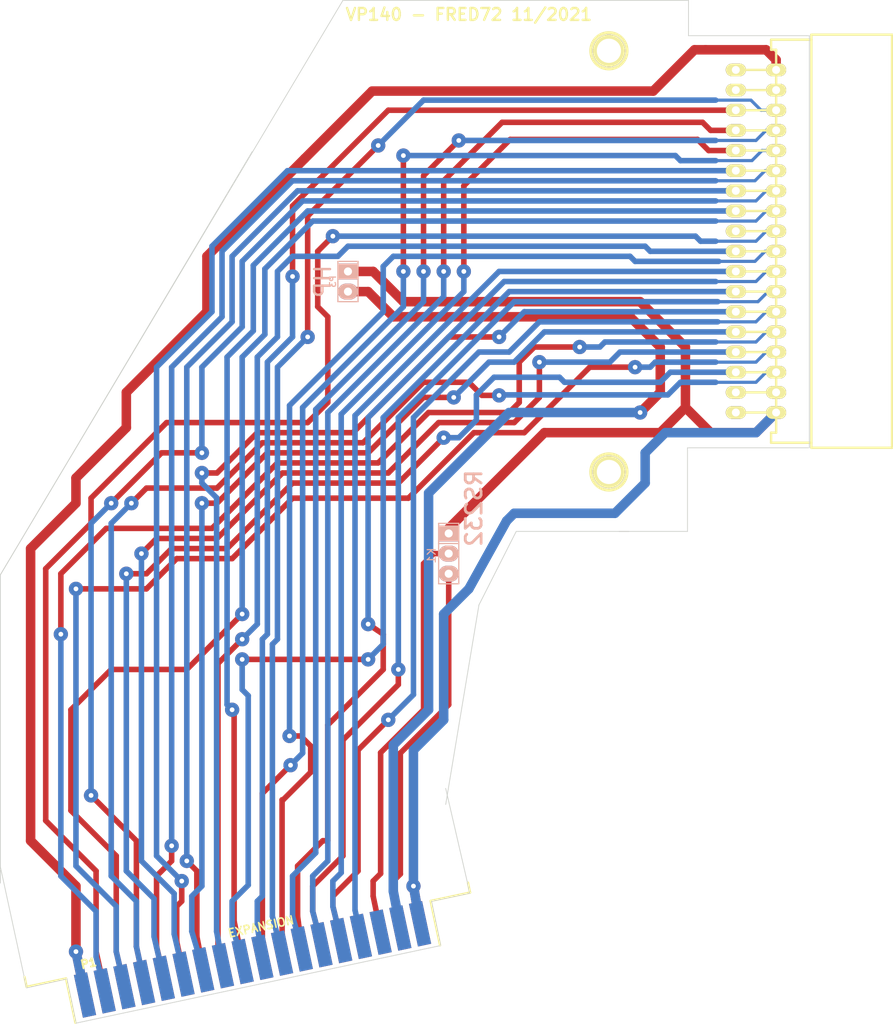
<source format=kicad_pcb>
(kicad_pcb (version 3) (host pcbnew "(2013-07-07 BZR 4022)-stable")

  (general
    (links 36)
    (no_connects 0)
    (area 73.609999 40.716999 186.459001 170.032095)
    (thickness 1.6)
    (drawings 24)
    (tracks 474)
    (zones 0)
    (modules 6)
    (nets 33)
  )

  (page A4)
  (layers
    (15 Dessus.Cu signal)
    (0 Dessous.Cu signal)
    (16 Dessous.Adhes user)
    (17 Dessus.Adhes user)
    (18 Dessous.Pate user)
    (19 Dessus.Pate user)
    (20 Dessous.SilkS user)
    (21 Dessus.SilkS user)
    (22 Dessous.Masque user)
    (23 Dessus.Masque user)
    (24 Dessin.User user)
    (25 Cmts.User user)
    (26 Eco1.User user)
    (27 Eco2.User user)
    (28 Contours.Ci user)
  )

  (setup
    (last_trace_width 0.254)
    (user_trace_width 0.4)
    (user_trace_width 0.5)
    (user_trace_width 0.7)
    (user_trace_width 1.2)
    (trace_clearance 0.254)
    (zone_clearance 0.508)
    (zone_45_only no)
    (trace_min 0.254)
    (segment_width 0.2)
    (edge_width 0.1)
    (via_size 0.889)
    (via_drill 0.635)
    (via_min_size 0.889)
    (via_min_drill 0.508)
    (user_via 1.8 0.6)
    (uvia_size 0.508)
    (uvia_drill 0.127)
    (uvias_allowed no)
    (uvia_min_size 0.508)
    (uvia_min_drill 0.127)
    (pcb_text_width 0.3)
    (pcb_text_size 1.5 1.5)
    (mod_edge_width 0.3)
    (mod_text_size 1 1)
    (mod_text_width 0.15)
    (pad_size 2 2.5)
    (pad_drill 1.016)
    (pad_to_mask_clearance 0)
    (aux_axis_origin 160.401 40.767)
    (visible_elements 7FFFFFFF)
    (pcbplotparams
      (layerselection 284196865)
      (usegerberextensions true)
      (excludeedgelayer false)
      (linewidth 0.150000)
      (plotframeref false)
      (viasonmask false)
      (mode 1)
      (useauxorigin true)
      (hpglpennumber 1)
      (hpglpenspeed 20)
      (hpglpendiameter 15)
      (hpglpenoverlay 2)
      (psnegative false)
      (psa4output false)
      (plotreference true)
      (plotvalue true)
      (plotothertext true)
      (plotinvisibletext false)
      (padsonsilk false)
      (subtractmaskfromsilk false)
      (outputformat 1)
      (mirror false)
      (drillshape 0)
      (scaleselection 1)
      (outputdirectory gerber/))
  )

  (net 0 "")
  (net 1 /A0)
  (net 2 /A1)
  (net 3 /A10)
  (net 4 /A11)
  (net 5 /A12)
  (net 6 /A2)
  (net 7 /A3)
  (net 8 /A4)
  (net 9 /A5)
  (net 10 /A6)
  (net 11 /A7)
  (net 12 /A8)
  (net 13 /A9)
  (net 14 /D0)
  (net 15 /D1)
  (net 16 /D2)
  (net 17 /D3)
  (net 18 /D4)
  (net 19 /D5)
  (net 20 /D6)
  (net 21 /D7)
  (net 22 /RA13)
  (net 23 /RA14)
  (net 24 /RA15)
  (net 25 /RA16)
  (net 26 /RA17)
  (net 27 /RX_RS232)
  (net 28 /SPK)
  (net 29 /TX_RS232)
  (net 30 /~CSROM)
  (net 31 GND)
  (net 32 VCC)

  (net_class Default "Ceci est la Netclass par défaut"
    (clearance 0.254)
    (trace_width 0.254)
    (via_dia 0.889)
    (via_drill 0.635)
    (uvia_dia 0.508)
    (uvia_drill 0.127)
    (add_net "")
    (add_net /A0)
    (add_net /A1)
    (add_net /A10)
    (add_net /A11)
    (add_net /A12)
    (add_net /A2)
    (add_net /A3)
    (add_net /A4)
    (add_net /A5)
    (add_net /A6)
    (add_net /A7)
    (add_net /A8)
    (add_net /A9)
    (add_net /D0)
    (add_net /D1)
    (add_net /D2)
    (add_net /D3)
    (add_net /D4)
    (add_net /D5)
    (add_net /D6)
    (add_net /D7)
    (add_net /RA13)
    (add_net /RA14)
    (add_net /RA15)
    (add_net /RA16)
    (add_net /RA17)
    (add_net /RX_RS232)
    (add_net /SPK)
    (add_net /TX_RS232)
    (add_net /~CSROM)
    (add_net GND)
    (add_net VCC)
  )

  (module PIN_ARRAY_18X2_MALE (layer Dessus.Cu) (tedit 61A3CCAE) (tstamp 61A13A25)
    (at 107.4 158.625 12)
    (descr "Double rangee de contacts 2 x 12 pins")
    (tags CONN)
    (path /61A3B8AB)
    (fp_text reference P1 (at -22.86 -1.27 12) (layer Dessus.SilkS)
      (effects (font (size 1.016 1.016) (thickness 0.27432)))
    )
    (fp_text value EXPANSION (at -0.635 -1.27 12) (layer Dessus.SilkS)
      (effects (font (size 1.016 1.016) (thickness 0.2032)))
    )
    (fp_line (start -26.035 5.715) (end -26.035 0) (layer Dessus.SilkS) (width 0.3))
    (fp_line (start 20.955 0) (end 26.035 0) (layer Dessus.SilkS) (width 0.3))
    (fp_line (start 26.035 0) (end 26.035 -1.27) (layer Dessus.SilkS) (width 0.3))
    (fp_line (start 20.955 0) (end 20.955 5.715) (layer Dessus.SilkS) (width 0.3))
    (fp_line (start -26.035 0) (end -31.115 0) (layer Dessus.SilkS) (width 0.3))
    (fp_line (start -31.115 0) (end -31.115 -1.27) (layer Dessus.SilkS) (width 0.3))
    (pad 2 connect rect (at -24.13 2.54 12) (size 1.7 5.5)
      (layers Dessous.Cu Dessous.Masque)
      (net 32 VCC)
    )
    (pad 3 connect rect (at -21.59 2.54 12) (size 1.7 5.5)
      (layers Dessus.Cu Dessus.Masque)
      (net 8 /A4)
    )
    (pad 4 connect rect (at -21.59 2.54 12) (size 1.7 5.5)
      (layers Dessous.Cu Dessous.Masque)
      (net 14 /D0)
    )
    (pad 5 connect rect (at -19.05 2.54 12) (size 1.7 5.5)
      (layers Dessus.Cu Dessus.Masque)
      (net 9 /A5)
    )
    (pad 6 connect rect (at -19.05 2.54 12) (size 1.7 5.5)
      (layers Dessous.Cu Dessous.Masque)
      (net 15 /D1)
    )
    (pad 7 connect rect (at -16.51 2.54 12) (size 1.7 5.5)
      (layers Dessus.Cu Dessus.Masque)
      (net 10 /A6)
    )
    (pad 8 connect rect (at -16.51 2.54 12) (size 1.7 5.5)
      (layers Dessous.Cu Dessous.Masque)
      (net 16 /D2)
    )
    (pad 9 connect rect (at -13.97 2.54 12) (size 1.7 5.5)
      (layers Dessus.Cu Dessus.Masque)
      (net 11 /A7)
    )
    (pad 10 connect rect (at -13.97 2.54 12) (size 1.7 5.5)
      (layers Dessous.Cu Dessous.Masque)
      (net 17 /D3)
    )
    (pad 11 connect rect (at -11.43 2.54 12) (size 1.7 5.5)
      (layers *.Mask Dessus.Cu)
      (net 12 /A8)
    )
    (pad 12 connect rect (at -11.43 2.54 12) (size 1.7 5.5)
      (layers Dessous.Cu Dessous.Masque)
      (net 18 /D4)
    )
    (pad 13 connect rect (at -8.89 2.54 12) (size 1.7 5.5)
      (layers Dessus.Cu Dessus.Masque)
      (net 13 /A9)
    )
    (pad 14 connect rect (at -8.89 2.54 12) (size 1.7 5.5)
      (layers Dessous.Cu Dessous.Masque)
      (net 19 /D5)
    )
    (pad 15 connect rect (at -6.35 2.54 12) (size 1.7 5.5)
      (layers Dessus.Cu Dessus.Masque)
      (net 3 /A10)
    )
    (pad 16 connect rect (at -6.35 2.54 12) (size 1.7 5.5)
      (layers Dessous.Cu Dessous.Masque)
      (net 20 /D6)
    )
    (pad 17 connect rect (at -3.81 2.54 12) (size 1.7 5.5)
      (layers Dessus.Cu Dessus.Masque)
      (net 4 /A11)
    )
    (pad 18 connect rect (at -3.81 2.54 12) (size 1.7 5.5)
      (layers Dessous.Cu Dessous.Masque)
      (net 21 /D7)
    )
    (pad 19 connect rect (at -1.27 2.54 12) (size 1.7 5.5)
      (layers Dessus.Cu Dessus.Masque)
      (net 5 /A12)
    )
    (pad 20 connect rect (at -1.27 2.54 12) (size 1.7 5.5)
      (layers Dessous.Cu Dessous.Masque)
      (net 26 /RA17)
    )
    (pad 21 connect rect (at 1.27 2.54 12) (size 1.7 5.5)
      (layers Dessus.Cu Dessus.Masque)
      (net 7 /A3)
    )
    (pad 22 connect rect (at 1.27 2.54 12) (size 1.7 5.5)
      (layers Dessous.Cu Dessous.Masque)
      (net 25 /RA16)
    )
    (pad 23 connect rect (at 3.81 2.54 12) (size 1.7 5.5)
      (layers Dessus.Cu Dessus.Masque)
      (net 6 /A2)
    )
    (pad 24 connect rect (at 3.81 2.54 12) (size 1.7 5.5)
      (layers Dessous.Cu Dessous.Masque)
      (net 24 /RA15)
    )
    (pad 25 connect rect (at 6.35 2.54 12) (size 1.7 5.5)
      (layers *.Mask Dessus.Cu)
      (net 2 /A1)
    )
    (pad 26 connect rect (at 6.35 2.54 12) (size 1.7 5.5)
      (layers Dessous.Cu Dessous.Masque)
      (net 23 /RA14)
    )
    (pad 27 connect rect (at 8.89 2.54 12) (size 1.7 5.5)
      (layers *.Mask Dessus.Cu)
      (net 1 /A0)
    )
    (pad 28 connect rect (at 8.89 2.54 12) (size 1.7 5.5)
      (layers Dessous.Cu Dessous.Masque)
      (net 22 /RA13)
    )
    (pad 29 connect rect (at 11.43 2.54 12) (size 1.7 5.5)
      (layers Dessus.Cu Dessus.Masque)
    )
    (pad 30 connect rect (at 11.43 2.54 12) (size 1.7 5.5)
      (layers Dessous.Cu Dessous.Masque)
      (net 30 /~CSROM)
    )
    (pad 31 connect rect (at 13.97 2.54 12) (size 1.7 5.5)
      (layers Dessus.Cu Dessus.Masque)
      (net 29 /TX_RS232)
    )
    (pad 32 connect rect (at 13.97 2.54 12) (size 1.7 5.5)
      (layers Dessous.Cu Dessous.Masque)
    )
    (pad 33 connect rect (at 16.51 2.54 12) (size 1.7 5.5)
      (layers Dessus.Cu Dessus.Masque)
      (net 27 /RX_RS232)
    )
    (pad 34 connect rect (at 16.51 2.54 12) (size 1.7 5.5)
      (layers Dessous.Cu Dessous.Masque)
      (net 28 /SPK)
    )
    (pad 35 connect rect (at 19.05 2.54 12) (size 1.7 5.5)
      (layers Dessus.Cu Dessus.Masque)
      (net 31 GND)
    )
    (pad 36 connect rect (at 19.05 2.54 12) (size 1.7 5.5)
      (layers Dessous.Cu Dessous.Masque)
      (net 31 GND)
    )
    (pad 1 connect rect (at -24.13 2.54 12) (size 1.7 5.5)
      (layers Dessus.Cu Dessus.Masque)
      (net 32 VCC)
    )
    (model pin_array/pins_array_20x2.wrl
      (at (xyz 0 0 0))
      (scale (xyz 1 1 1))
      (rotate (xyz 0 0 0))
    )
  )

  (module EDGE_Connector_36p (layer Dessus.Cu) (tedit 61A14AE9) (tstamp 61A13A62)
    (at 168.91 71.12 270)
    (path /61A13937)
    (fp_text reference P2 (at 0 -15.24 270) (layer Dessus.SilkS) hide
      (effects (font (size 1 1) (thickness 0.15)))
    )
    (fp_text value CARTOUCHE (at 0 -11.43 270) (layer Dessus.SilkS) hide
      (effects (font (size 1.2 1.5) (thickness 0.2)))
    )
    (fp_line (start -19.05 -2.54) (end -19.05 2.54) (layer Dessus.SilkS) (width 0.3))
    (fp_line (start -16.51 -2.54) (end -16.51 2.54) (layer Dessus.SilkS) (width 0.3))
    (fp_line (start -13.97 2.54) (end -13.97 -2.54) (layer Dessus.SilkS) (width 0.3))
    (fp_line (start -11.43 -2.54) (end -11.43 2.54) (layer Dessus.SilkS) (width 0.3))
    (fp_line (start -8.89 2.54) (end -8.89 -2.54) (layer Dessus.SilkS) (width 0.3))
    (fp_line (start -1.27 -2.54) (end -1.27 2.54) (layer Dessus.SilkS) (width 0.3))
    (fp_line (start 1.27 -2.54) (end 1.27 2.54) (layer Dessus.SilkS) (width 0.3))
    (fp_line (start -6.35 2.54) (end -6.35 -2.54) (layer Dessus.SilkS) (width 0.3))
    (fp_line (start -3.81 -2.54) (end -3.81 2.54) (layer Dessus.SilkS) (width 0.3))
    (fp_line (start 3.81 2.54) (end 3.81 -2.54) (layer Dessus.SilkS) (width 0.3))
    (fp_line (start 6.35 -2.54) (end 6.35 2.54) (layer Dessus.SilkS) (width 0.3))
    (fp_line (start 8.89 2.54) (end 8.89 -2.54) (layer Dessus.SilkS) (width 0.3))
    (fp_line (start 11.43 -2.54) (end 11.43 2.54) (layer Dessus.SilkS) (width 0.3))
    (fp_line (start 13.97 2.54) (end 13.97 -2.54) (layer Dessus.SilkS) (width 0.3))
    (fp_line (start 16.51 -2.54) (end 16.51 2.54) (layer Dessus.SilkS) (width 0.3))
    (fp_line (start 19.05 2.54) (end 19.05 -2.54) (layer Dessus.SilkS) (width 0.3))
    (fp_line (start 21.59 -2.54) (end 21.59 2.54) (layer Dessus.SilkS) (width 0.3))
    (fp_line (start -21.59 -2.54) (end -21.59 2.54) (layer Dessus.SilkS) (width 0.3))
    (fp_line (start -25.4 -1.905) (end -24.13 -1.905) (layer Dessus.SilkS) (width 0.3))
    (fp_line (start -24.13 -1.905) (end -24.13 -2.54) (layer Dessus.SilkS) (width 0.3))
    (fp_line (start -24.13 -2.54) (end 24.13 -2.54) (layer Dessus.SilkS) (width 0.3))
    (fp_line (start 24.13 -2.54) (end 24.13 -1.905) (layer Dessus.SilkS) (width 0.3))
    (fp_line (start 24.13 -1.905) (end 25.4 -1.905) (layer Dessus.SilkS) (width 0.3))
    (fp_line (start 26.035 -6.985) (end 26.035 -17.145) (layer Dessus.SilkS) (width 0.3))
    (fp_line (start 25.4 -6.985) (end 25.4 -1.905) (layer Dessus.SilkS) (width 0.3))
    (fp_line (start -26.035 -6.985) (end -26.035 -17.145) (layer Dessus.SilkS) (width 0.3))
    (fp_line (start -25.4 -6.985) (end -25.4 -1.905) (layer Dessus.SilkS) (width 0.3))
    (fp_line (start -26.035 -6.985) (end 26.035 -6.985) (layer Dessus.SilkS) (width 0.3))
    (fp_line (start -26.035 -17.145) (end 26.035 -17.145) (layer Dessus.SilkS) (width 0.3))
    (pad 1 thru_hole oval (at -21.59 -2.54 270) (size 1.6 2.54) (drill 1)
      (layers *.Cu *.Mask Dessus.SilkS)
      (net 32 VCC)
    )
    (pad 2 thru_hole oval (at -21.59 2.54 270) (size 1.6 2.54) (drill 1)
      (layers *.Cu *.Mask Dessus.SilkS)
    )
    (pad 3 thru_hole oval (at -19.05 -2.54 270) (size 1.6 2.54) (drill 1)
      (layers *.Cu *.Mask Dessus.SilkS)
    )
    (pad 4 thru_hole oval (at -19.05 2.54 270) (size 1.6 2.54) (drill 1)
      (layers *.Cu *.Mask Dessus.SilkS)
    )
    (pad 5 thru_hole oval (at -16.51 -2.54 270) (size 1.6 2.54) (drill 1)
      (layers *.Cu *.Mask Dessus.SilkS)
      (net 25 /RA16)
    )
    (pad 6 thru_hole oval (at -16.51 2.54 270) (size 1.6 2.54) (drill 1)
      (layers *.Cu *.Mask Dessus.SilkS)
      (net 26 /RA17)
    )
    (pad 7 thru_hole oval (at -13.97 -2.54 270) (size 1.6 2.54) (drill 1)
      (layers *.Cu *.Mask Dessus.SilkS)
      (net 24 /RA15)
    )
    (pad 8 thru_hole oval (at -13.97 2.54 270) (size 1.6 2.54) (drill 1)
      (layers *.Cu *.Mask Dessus.SilkS)
      (net 23 /RA14)
    )
    (pad 9 thru_hole oval (at -11.43 -2.54 270) (size 1.6 2.54) (drill 1)
      (layers *.Cu *.Mask Dessus.SilkS)
      (net 5 /A12)
    )
    (pad 10 thru_hole oval (at -11.43 2.54 270) (size 1.6 2.54) (drill 1)
      (layers *.Cu *.Mask Dessus.SilkS)
      (net 22 /RA13)
    )
    (pad 11 thru_hole oval (at -8.89 -2.54 270) (size 1.6 2.54) (drill 1)
      (layers *.Cu *.Mask Dessus.SilkS)
      (net 11 /A7)
    )
    (pad 12 thru_hole oval (at -8.89 2.54 270) (size 1.6 2.54) (drill 1)
      (layers *.Cu *.Mask Dessus.SilkS)
      (net 12 /A8)
    )
    (pad 13 thru_hole oval (at -6.35 -2.54 270) (size 1.6 2.54) (drill 1)
      (layers *.Cu *.Mask Dessus.SilkS)
      (net 10 /A6)
    )
    (pad 14 thru_hole oval (at -6.35 2.54 270) (size 1.6 2.54) (drill 1)
      (layers *.Cu *.Mask Dessus.SilkS)
      (net 13 /A9)
    )
    (pad 15 thru_hole oval (at -3.81 -2.54 270) (size 1.6 2.54) (drill 1)
      (layers *.Cu *.Mask Dessus.SilkS)
      (net 9 /A5)
    )
    (pad 16 thru_hole oval (at -3.81 2.54 270) (size 1.6 2.54) (drill 1)
      (layers *.Cu *.Mask Dessus.SilkS)
      (net 4 /A11)
    )
    (pad 17 thru_hole oval (at -1.27 -2.54 270) (size 1.6 2.54) (drill 1)
      (layers *.Cu *.Mask Dessus.SilkS)
      (net 8 /A4)
    )
    (pad 18 thru_hole oval (at -1.27 2.54 270) (size 1.6 2.54) (drill 1)
      (layers *.Cu *.Mask Dessus.SilkS)
    )
    (pad 19 thru_hole oval (at 1.27 -2.54 270) (size 1.6 2.54) (drill 1)
      (layers *.Cu *.Mask Dessus.SilkS)
      (net 7 /A3)
    )
    (pad 20 thru_hole oval (at 1.27 2.54 270) (size 1.6 2.54) (drill 1)
      (layers *.Cu *.Mask Dessus.SilkS)
      (net 3 /A10)
    )
    (pad 21 thru_hole oval (at 3.81 -2.54 270) (size 1.6 2.54) (drill 1)
      (layers *.Cu *.Mask Dessus.SilkS)
      (net 6 /A2)
    )
    (pad 22 thru_hole oval (at 3.81 2.54 270) (size 1.6 2.54) (drill 1)
      (layers *.Cu *.Mask Dessus.SilkS)
      (net 30 /~CSROM)
    )
    (pad 23 thru_hole oval (at 6.35 -2.54 270) (size 1.6 2.54) (drill 1)
      (layers *.Cu *.Mask Dessus.SilkS)
      (net 2 /A1)
    )
    (pad 25 thru_hole oval (at 8.89 -2.54 270) (size 1.6 2.54) (drill 1)
      (layers *.Cu *.Mask Dessus.SilkS)
      (net 1 /A0)
    )
    (pad 24 thru_hole oval (at 6.35 2.54 270) (size 1.6 2.54) (drill 1)
      (layers *.Cu *.Mask Dessus.SilkS)
      (net 21 /D7)
    )
    (pad 26 thru_hole oval (at 8.89 2.54 270) (size 1.6 2.54) (drill 1)
      (layers *.Cu *.Mask Dessus.SilkS)
      (net 20 /D6)
    )
    (pad 27 thru_hole oval (at 11.43 -2.54 270) (size 1.6 2.54) (drill 1)
      (layers *.Cu *.Mask Dessus.SilkS)
      (net 14 /D0)
    )
    (pad 28 thru_hole oval (at 11.43 2.54 270) (size 1.6 2.54) (drill 1)
      (layers *.Cu *.Mask Dessus.SilkS)
      (net 19 /D5)
    )
    (pad 29 thru_hole oval (at 13.97 -2.54 270) (size 1.6 2.54) (drill 1)
      (layers *.Cu *.Mask Dessus.SilkS)
      (net 15 /D1)
    )
    (pad 30 thru_hole oval (at 13.97 2.54 270) (size 1.6 2.54) (drill 1)
      (layers *.Cu *.Mask Dessus.SilkS)
      (net 18 /D4)
    )
    (pad 31 thru_hole oval (at 16.51 -2.54 270) (size 1.6 2.54) (drill 1)
      (layers *.Cu *.Mask Dessus.SilkS)
      (net 16 /D2)
    )
    (pad 32 thru_hole oval (at 16.51 2.54 270) (size 1.6 2.54) (drill 1)
      (layers *.Cu *.Mask Dessus.SilkS)
      (net 17 /D3)
    )
    (pad 33 thru_hole oval (at 19.05 -2.54 270) (size 1.6 2.54) (drill 1)
      (layers *.Cu *.Mask Dessus.SilkS)
    )
    (pad 34 thru_hole oval (at 19.05 2.54 270) (size 1.6 2.54) (drill 1)
      (layers *.Cu *.Mask Dessus.SilkS)
    )
    (pad 35 thru_hole oval (at 21.59 -2.54 270) (size 1.6 2.54) (drill 1)
      (layers *.Cu *.Mask Dessus.SilkS)
      (net 31 GND)
    )
    (pad 36 thru_hole oval (at 21.59 2.54 270) (size 1.6 2.54) (drill 1)
      (layers *.Cu *.Mask Dessus.SilkS)
    )
  )

  (module PIN_ARRAY_3X1 (layer Dessous.Cu) (tedit 61A92941) (tstamp 61A3B949)
    (at 130.175 110.49 270)
    (descr "Connecteur 3 pins")
    (tags "CONN DEV")
    (path /61A3BA1A)
    (fp_text reference K1 (at 0.254 2.159 270) (layer Dessous.SilkS)
      (effects (font (size 1.016 1.016) (thickness 0.1524)) (justify mirror))
    )
    (fp_text value RS232 (at 0 2.159 270) (layer Dessous.SilkS) hide
      (effects (font (size 1.016 1.016) (thickness 0.1524)) (justify mirror))
    )
    (fp_line (start -3.81 -1.27) (end -3.81 1.27) (layer Dessous.SilkS) (width 0.1524))
    (fp_line (start -3.81 1.27) (end 3.81 1.27) (layer Dessous.SilkS) (width 0.1524))
    (fp_line (start 3.81 1.27) (end 3.81 -1.27) (layer Dessous.SilkS) (width 0.1524))
    (fp_line (start 3.81 -1.27) (end -3.81 -1.27) (layer Dessous.SilkS) (width 0.1524))
    (fp_line (start -1.27 1.27) (end -1.27 -1.27) (layer Dessous.SilkS) (width 0.1524))
    (pad 1 thru_hole rect (at -2.54 0 270) (size 2 2.5) (drill 1.016)
      (layers *.Cu *.Mask Dessous.SilkS)
      (net 31 GND)
    )
    (pad 2 thru_hole oval (at 0 0 270) (size 2 2.5) (drill 1.016)
      (layers *.Cu *.Mask Dessous.SilkS)
      (net 29 /TX_RS232)
    )
    (pad 3 thru_hole oval (at 2.54 0 270) (size 2 2.5) (drill 1.016)
      (layers *.Cu *.Mask Dessous.SilkS)
      (net 27 /RX_RS232)
    )
    (model pin_array/pins_array_3x1.wrl
      (at (xyz 0 0 0))
      (scale (xyz 1 1 1))
      (rotate (xyz 0 0 0))
    )
  )

  (module PIN_ARRAY_2X1 (layer Dessous.Cu) (tedit 61A9292D) (tstamp 61A92932)
    (at 117.475 76.2 270)
    (descr "Connecteurs 2 pins")
    (tags "CONN DEV")
    (path /61A3BA33)
    (fp_text reference P3 (at 0 1.905 270) (layer Dessous.SilkS)
      (effects (font (size 0.762 0.762) (thickness 0.1524)) (justify mirror))
    )
    (fp_text value SPEAKER (at 0 1.905 270) (layer Dessous.SilkS) hide
      (effects (font (size 0.762 0.762) (thickness 0.1524)) (justify mirror))
    )
    (fp_line (start -2.54 -1.27) (end -2.54 1.27) (layer Dessous.SilkS) (width 0.1524))
    (fp_line (start -2.54 1.27) (end 2.54 1.27) (layer Dessous.SilkS) (width 0.1524))
    (fp_line (start 2.54 1.27) (end 2.54 -1.27) (layer Dessous.SilkS) (width 0.1524))
    (fp_line (start 2.54 -1.27) (end -2.54 -1.27) (layer Dessous.SilkS) (width 0.1524))
    (pad 1 thru_hole rect (at -1.27 0 270) (size 2 2.5) (drill 1.016)
      (layers *.Cu *.Mask Dessous.SilkS)
      (net 31 GND)
    )
    (pad 2 thru_hole oval (at 1.27 0 270) (size 2 2.5) (drill 1.016)
      (layers *.Cu *.Mask Dessous.SilkS)
      (net 28 /SPK)
    )
    (model pin_array/pins_array_2x1.wrl
      (at (xyz 0 0 0))
      (scale (xyz 1 1 1))
      (rotate (xyz 0 0 0))
    )
  )

  (module 1pin (layer Dessus.Cu) (tedit 62C1B4FA) (tstamp 62C224EB)
    (at 150.368 100.203)
    (descr "module 1 pin (ou trou mecanique de percage)")
    (tags DEV)
    (path 1pin)
    (fp_text reference 1PIN (at 0 -3.048) (layer Dessus.SilkS) hide
      (effects (font (size 1.016 1.016) (thickness 0.254)))
    )
    (fp_text value P*** (at 0 2.794) (layer Dessus.SilkS) hide
      (effects (font (size 1.016 1.016) (thickness 0.254)))
    )
    (fp_circle (center 0 0) (end 0 -2.286) (layer Dessus.SilkS) (width 0.381))
    (pad 1 thru_hole circle (at 0 0) (size 4.064 4.064) (drill 3.048)
      (layers *.Cu *.Mask Dessus.SilkS)
    )
  )

  (module 1pin (layer Dessus.Cu) (tedit 62C1B4F5) (tstamp 62C22502)
    (at 150.368 47.117)
    (descr "module 1 pin (ou trou mecanique de percage)")
    (tags DEV)
    (path 1pin)
    (fp_text reference 1PIN (at 0 -3.048) (layer Dessus.SilkS) hide
      (effects (font (size 1.016 1.016) (thickness 0.254)))
    )
    (fp_text value P*** (at 0 2.794) (layer Dessus.SilkS) hide
      (effects (font (size 1.016 1.016) (thickness 0.254)))
    )
    (fp_circle (center 0 0) (end 0 -2.286) (layer Dessus.SilkS) (width 0.381))
    (pad 1 thru_hole circle (at 0 0) (size 4.064 4.064) (drill 3.048)
      (layers *.Cu *.Mask Dessus.SilkS)
    )
  )

  (gr_text RS232 (at 133.35 104.775 90) (layer Dessous.SilkS)
    (effects (font (size 2 2) (thickness 0.35)) (justify mirror))
  )
  (gr_text HP (at 114.3 76.2 90) (layer Dessous.SilkS)
    (effects (font (size 2 2) (thickness 0.305)) (justify mirror))
  )
  (gr_text "VP140 - FRED72 11/2021" (at 132.715 42.545) (layer Dessus.SilkS)
    (effects (font (size 1.5 1.5) (thickness 0.3)))
  )
  (gr_line (start 131.191 40.767) (end 116.84 40.767) (angle 90) (layer Contours.Ci) (width 0.1))
  (gr_line (start 152.908 107.696) (end 138.684 107.696) (angle 90) (layer Contours.Ci) (width 0.1))
  (gr_line (start 175.641 45.212) (end 160.401 45.212) (angle 90) (layer Contours.Ci) (width 0.1))
  (gr_line (start 175.641 45.212) (end 175.641 97.155) (angle 90) (layer Contours.Ci) (width 0.1))
  (gr_line (start 160.401 40.767) (end 129.921 40.767) (angle 90) (layer Contours.Ci) (width 0.1))
  (gr_line (start 160.401 45.212) (end 160.401 40.767) (angle 90) (layer Contours.Ci) (width 0.1))
  (gr_line (start 138.684 107.696) (end 133.985 116.967) (angle 90) (layer Contours.Ci) (width 0.1))
  (gr_line (start 160.274 107.696) (end 151.638 107.696) (angle 90) (layer Contours.Ci) (width 0.1))
  (gr_line (start 160.274 97.155) (end 160.274 107.696) (angle 90) (layer Contours.Ci) (width 0.1))
  (gr_line (start 175.514 97.155) (end 160.274 97.155) (angle 90) (layer Contours.Ci) (width 0.1))
  (gr_line (start 128.016 154.305) (end 132.842 153.289) (angle 90) (layer Contours.Ci) (width 0.1))
  (gr_line (start 129.159 159.893) (end 128.016 154.305) (angle 90) (layer Contours.Ci) (width 0.1))
  (gr_line (start 83.185 169.672) (end 129.159 159.893) (angle 90) (layer Contours.Ci) (width 0.1))
  (gr_line (start 82.042 164.084) (end 83.185 169.672) (angle 90) (layer Contours.Ci) (width 0.1))
  (gr_line (start 76.962 165.227) (end 82.042 164.084) (angle 90) (layer Contours.Ci) (width 0.1))
  (gr_line (start 129.794 142.113) (end 133.985 116.967) (angle 90) (layer Contours.Ci) (width 0.1))
  (gr_line (start 132.842 153.289) (end 129.794 140.081) (angle 90) (layer Contours.Ci) (width 0.1))
  (gr_line (start 73.66 152.019) (end 73.66 113.157) (angle 90) (layer Contours.Ci) (width 0.1))
  (gr_line (start 76.962 165.227) (end 73.66 149.987) (angle 90) (layer Contours.Ci) (width 0.1))
  (gr_line (start 73.66 113.157) (end 116.84 40.767) (angle 90) (layer Contours.Ci) (width 0.1))
  (gr_line (start 105.41 59.817) (end 73.66 113.157) (angle 90) (layer Contours.Ci) (width 0.1))

  (segment (start 137.795 85.09) (end 133.985 85.09) (width 0.7) (layer Dessous.Cu) (net 1))
  (segment (start 133.985 85.09) (end 125.73 93.345) (width 0.7) (layer Dessous.Cu) (net 1) (tstamp 61A927CC))
  (segment (start 164.084 81.28) (end 141.605 81.28) (width 0.7) (layer Dessous.Cu) (net 1))
  (segment (start 141.605 81.28) (end 137.795 85.09) (width 0.7) (layer Dessous.Cu) (net 1) (tstamp 61A92563))
  (segment (start 115.57 154.94) (end 116.623828 159.26116) (width 0.7) (layer Dessus.Cu) (net 1) (tstamp 61A922E3) (status 20))
  (segment (start 118.745 135.255) (end 118.745 150.495) (width 0.7) (layer Dessus.Cu) (net 1))
  (segment (start 115.57 153.67) (end 115.57 154.94) (width 0.7) (layer Dessus.Cu) (net 1) (tstamp 61A922BF))
  (segment (start 118.745 150.495) (end 115.57 153.67) (width 0.7) (layer Dessus.Cu) (net 1) (tstamp 61A922BE))
  (segment (start 125.73 93.345) (end 125.73 128.27) (width 0.7) (layer Dessous.Cu) (net 1))
  (segment (start 122.555 131.445) (end 118.745 135.255) (width 0.7) (layer Dessus.Cu) (net 1) (tstamp 61A91421))
  (via (at 122.555 131.445) (size 1.8) (drill 0.6) (layers Dessus.Cu Dessous.Cu) (net 1))
  (segment (start 125.73 128.27) (end 122.555 131.445) (width 0.7) (layer Dessous.Cu) (net 1) (tstamp 61A9141E))
  (segment (start 171.45 80.01) (end 170.18 80.01) (width 0.4) (layer Dessous.Cu) (net 1) (status 30))
  (segment (start 168.91 81.28) (end 164.084 81.28) (width 0.4) (layer Dessous.Cu) (net 1) (tstamp 61A8D8CE))
  (segment (start 170.18 80.01) (end 168.91 81.28) (width 0.4) (layer Dessous.Cu) (net 1) (tstamp 61A8D8CD) (status 10))
  (segment (start 164.084 78.74) (end 138.43 78.74) (width 0.7) (layer Dessous.Cu) (net 2))
  (segment (start 138.43 78.74) (end 123.825 93.345) (width 0.7) (layer Dessous.Cu) (net 2) (tstamp 61A92571))
  (segment (start 113.03 155.575) (end 114.139333 159.789256) (width 0.7) (layer Dessus.Cu) (net 2) (tstamp 61A922DF) (status 20))
  (segment (start 116.84 133.985) (end 116.84 148.59) (width 0.7) (layer Dessus.Cu) (net 2))
  (segment (start 116.84 148.59) (end 113.03 152.4) (width 0.7) (layer Dessus.Cu) (net 2) (tstamp 61A922C5))
  (segment (start 113.03 152.4) (end 113.03 155.575) (width 0.7) (layer Dessus.Cu) (net 2) (tstamp 61A922C6))
  (segment (start 123.825 93.345) (end 123.825 125.095) (width 0.7) (layer Dessous.Cu) (net 2) (tstamp 61A91BA8))
  (via (at 123.825 125.095) (size 1.8) (drill 0.6) (layers Dessus.Cu Dessous.Cu) (net 2))
  (segment (start 123.825 127) (end 123.825 125.095) (width 0.7) (layer Dessus.Cu) (net 2) (tstamp 61A91417))
  (segment (start 116.84 133.985) (end 123.825 127) (width 0.7) (layer Dessus.Cu) (net 2) (tstamp 61A91415))
  (segment (start 171.45 77.47) (end 170.434 77.47) (width 0.4) (layer Dessous.Cu) (net 2) (status 30))
  (segment (start 169.164 78.74) (end 164.084 78.74) (width 0.4) (layer Dessous.Cu) (net 2) (tstamp 61A8D902))
  (segment (start 170.434 77.47) (end 169.164 78.74) (width 0.4) (layer Dessous.Cu) (net 2) (tstamp 61A8D901) (status 10))
  (segment (start 154.94 71.755) (end 117.475 71.755) (width 0.7) (layer Dessous.Cu) (net 3))
  (segment (start 117.475 71.755) (end 116.205 73.025) (width 0.7) (layer Dessous.Cu) (net 3) (tstamp 61A9269D))
  (segment (start 166.37 72.39) (end 155.575 72.39) (width 0.7) (layer Dessous.Cu) (net 3) (status 10))
  (segment (start 155.575 72.39) (end 154.94 71.755) (width 0.7) (layer Dessous.Cu) (net 3) (tstamp 61A92508))
  (segment (start 116.205 73.025) (end 110.49 73.025) (width 0.7) (layer Dessous.Cu) (net 3) (tstamp 61A9269F))
  (segment (start 108.585 74.93) (end 108.585 83.185) (width 0.7) (layer Dessous.Cu) (net 3) (tstamp 61A9198C))
  (segment (start 110.49 73.025) (end 108.585 74.93) (width 0.7) (layer Dessous.Cu) (net 3) (tstamp 61A920D3))
  (segment (start 106.045 119.38) (end 106.045 85.725) (width 0.7) (layer Dessous.Cu) (net 3))
  (segment (start 106.045 85.725) (end 108.585 83.185) (width 0.7) (layer Dessous.Cu) (net 3) (tstamp 61A9193A))
  (segment (start 104.14 121.285) (end 106.045 119.38) (width 0.7) (layer Dessous.Cu) (net 3) (tstamp 61A91838))
  (via (at 104.14 121.285) (size 1.8) (drill 0.6) (layers Dessus.Cu Dessous.Cu) (net 3))
  (segment (start 101.092 124.333) (end 104.14 121.285) (width 0.7) (layer Dessus.Cu) (net 3) (tstamp 61A91835))
  (segment (start 101.092 161.804876) (end 101.716858 162.429734) (width 0.7) (layer Dessus.Cu) (net 3) (tstamp 61A88085) (status 30))
  (segment (start 101.092 124.333) (end 101.092 161.804876) (width 0.7) (layer Dessus.Cu) (net 3) (tstamp 61A8DA86) (status 20))
  (segment (start 166.37 67.31) (end 112.395 67.31) (width 0.7) (layer Dessous.Cu) (net 4) (status 10))
  (segment (start 112.395 67.31) (end 105.539985 74.165015) (width 0.7) (layer Dessous.Cu) (net 4) (tstamp 61A92594))
  (segment (start 103.124 156.845) (end 104.201353 161.901638) (width 0.7) (layer Dessus.Cu) (net 4) (tstamp 61A922AA) (status 20))
  (segment (start 103.124 156.845) (end 103.124 130.429) (width 0.7) (layer Dessus.Cu) (net 4) (tstamp 61A922A8))
  (via (at 102.87 130.175) (size 1.8) (drill 0.6) (layers Dessus.Cu Dessous.Cu) (net 4))
  (segment (start 103.124 130.429) (end 102.87 130.175) (width 0.7) (layer Dessus.Cu) (net 4) (tstamp 61A91ADC))
  (segment (start 102.87 130.175) (end 102.235 129.54) (width 0.7) (layer Dessous.Cu) (net 4) (tstamp 61A91AE0))
  (segment (start 105.539985 82.420015) (end 102.235 85.725) (width 0.7) (layer Dessous.Cu) (net 4))
  (segment (start 105.539985 74.165015) (end 105.539985 82.420015) (width 0.7) (layer Dessous.Cu) (net 4) (tstamp 61A914FD))
  (segment (start 102.235 85.725) (end 102.235 129.54) (width 0.7) (layer Dessous.Cu) (net 4) (tstamp 61A91806))
  (segment (start 124.46 74.93) (end 124.46 79.375) (width 0.7) (layer Dessous.Cu) (net 5))
  (segment (start 124.46 79.375) (end 111.76 92.075) (width 0.7) (layer Dessous.Cu) (net 5) (tstamp 61A926D3))
  (segment (start 163.83 60.96) (end 159.385 60.96) (width 0.7) (layer Dessous.Cu) (net 5))
  (segment (start 159.385 60.96) (end 158.75 60.325) (width 0.7) (layer Dessous.Cu) (net 5) (tstamp 61A92512))
  (segment (start 124.46 60.325) (end 124.46 74.93) (width 0.7) (layer Dessus.Cu) (net 5))
  (via (at 124.46 74.93) (size 1.8) (drill 0.6) (layers Dessus.Cu Dessous.Cu) (net 5))
  (segment (start 124.46 60.325) (end 158.75 60.325) (width 0.7) (layer Dessous.Cu) (net 5) (tstamp 61A91FD8))
  (via (at 124.46 60.325) (size 1.8) (drill 0.6) (layers Dessus.Cu Dessous.Cu) (net 5))
  (segment (start 111.76 135.636) (end 111.76 92.075) (width 0.7) (layer Dessous.Cu) (net 5))
  (segment (start 106.685848 140.710152) (end 110.236 137.16) (width 0.7) (layer Dessus.Cu) (net 5) (tstamp 61A8E61D))
  (via (at 110.236 137.16) (size 1.8) (drill 0.6) (layers Dessus.Cu Dessous.Cu) (net 5))
  (segment (start 110.236 137.16) (end 111.76 135.636) (width 0.7) (layer Dessous.Cu) (net 5) (tstamp 61A8E620))
  (segment (start 106.685848 161.373543) (end 106.685848 140.710152) (width 0.7) (layer Dessus.Cu) (net 5) (status 10))
  (segment (start 169.672 59.69) (end 168.402 60.96) (width 0.4) (layer Dessous.Cu) (net 5) (tstamp 61A88122))
  (segment (start 163.83 60.96) (end 168.402 60.96) (width 0.4) (layer Dessous.Cu) (net 5) (tstamp 61A91FE0))
  (segment (start 171.45 59.69) (end 169.672 59.69) (width 0.4) (layer Dessous.Cu) (net 5) (status 10))
  (segment (start 120.015 93.345) (end 137.16 76.2) (width 0.7) (layer Dessous.Cu) (net 6))
  (segment (start 163.83 76.2) (end 137.16 76.2) (width 0.7) (layer Dessous.Cu) (net 6))
  (segment (start 171.45 74.93) (end 170.18 74.93) (width 0.4) (layer Dessous.Cu) (net 6) (status 30))
  (segment (start 168.91 76.2) (end 163.83 76.2) (width 0.4) (layer Dessous.Cu) (net 6) (tstamp 61A90215))
  (segment (start 170.18 74.93) (end 168.91 76.2) (width 0.4) (layer Dessous.Cu) (net 6) (tstamp 61A90214) (status 10))
  (segment (start 114.935 146.685) (end 114.3 146.685) (width 0.7) (layer Dessus.Cu) (net 6))
  (segment (start 111.125 149.86) (end 111.125 156.21) (width 0.7) (layer Dessus.Cu) (net 6) (tstamp 61A9239C))
  (segment (start 114.3 146.685) (end 111.125 149.86) (width 0.7) (layer Dessus.Cu) (net 6) (tstamp 61A9239B))
  (segment (start 111.654838 160.317351) (end 111.125 156.21) (width 0.7) (layer Dessus.Cu) (net 6) (tstamp 61A92391) (status 10))
  (segment (start 120.015 119.38) (end 120.015 93.345) (width 0.7) (layer Dessous.Cu) (net 6))
  (segment (start 114.935 146.685) (end 114.935 132.08) (width 0.7) (layer Dessus.Cu) (net 6))
  (segment (start 114.935 132.08) (end 121.92 125.095) (width 0.7) (layer Dessus.Cu) (net 6) (tstamp 61A9140D))
  (via (at 120.015 119.38) (size 1.8) (drill 0.6) (layers Dessus.Cu Dessous.Cu) (net 6))
  (segment (start 120.015 119.38) (end 121.92 120.65) (width 0.7) (layer Dessus.Cu) (net 6) (tstamp 61A913F9))
  (segment (start 121.92 120.65) (end 121.92 125.095) (width 0.7) (layer Dessus.Cu) (net 6) (tstamp 61A913FA))
  (segment (start 121.92 74.295) (end 121.92 80.01) (width 0.7) (layer Dessous.Cu) (net 7))
  (segment (start 110.109 91.821) (end 110.109 133.477) (width 0.7) (layer Dessous.Cu) (net 7) (tstamp 61A926E1))
  (segment (start 121.92 80.01) (end 110.109 91.821) (width 0.7) (layer Dessous.Cu) (net 7) (tstamp 61A926E0))
  (segment (start 121.92 74.295) (end 123.19 73.025) (width 0.7) (layer Dessous.Cu) (net 7))
  (segment (start 153.035 73.025) (end 123.19 73.025) (width 0.7) (layer Dessous.Cu) (net 7))
  (segment (start 164.211 73.66) (end 153.67 73.66) (width 0.7) (layer Dessous.Cu) (net 7))
  (segment (start 153.67 73.66) (end 153.035 73.025) (width 0.7) (layer Dessous.Cu) (net 7) (tstamp 61A9250C))
  (segment (start 171.45 72.39) (end 170.053 72.39) (width 0.4) (layer Dessous.Cu) (net 7) (status 10))
  (segment (start 168.783 73.66) (end 164.211 73.66) (width 0.4) (layer Dessous.Cu) (net 7) (tstamp 61A880F3))
  (segment (start 170.053 72.39) (end 168.783 73.66) (width 0.4) (layer Dessous.Cu) (net 7) (tstamp 61A880F2))
  (segment (start 109.170343 141.527657) (end 109.297343 141.527657) (width 0.7) (layer Dessus.Cu) (net 7))
  (via (at 110.109 133.477) (size 1.8) (drill 0.6) (layers Dessus.Cu Dessous.Cu) (net 7))
  (segment (start 109.170343 160.845447) (end 109.170343 141.527657) (width 0.7) (layer Dessus.Cu) (net 7) (status 10))
  (segment (start 109.297343 141.527657) (end 112.776 138.049) (width 0.7) (layer Dessus.Cu) (net 7) (tstamp 61A8E615))
  (segment (start 112.776 138.049) (end 112.776 134.747) (width 0.7) (layer Dessus.Cu) (net 7) (tstamp 61A8E616))
  (segment (start 112.776 134.747) (end 111.506 133.477) (width 0.7) (layer Dessus.Cu) (net 7) (tstamp 61A8E618))
  (segment (start 111.506 133.477) (end 110.109 133.477) (width 0.7) (layer Dessus.Cu) (net 7) (tstamp 61A8E619))
  (segment (start 161.29 70.485) (end 115.57 70.485) (width 0.7) (layer Dessous.Cu) (net 8))
  (via (at 115.57 70.485) (size 1.8) (drill 0.6) (layers Dessus.Cu Dessous.Cu) (net 8))
  (segment (start 115.57 70.485) (end 113.665 72.39) (width 0.7) (layer Dessus.Cu) (net 8) (tstamp 61A920D7))
  (segment (start 113.665 72.39) (end 113.665 79.375) (width 0.7) (layer Dessus.Cu) (net 8) (tstamp 61A920D8))
  (segment (start 113.665 79.375) (end 114.935 80.645) (width 0.7) (layer Dessus.Cu) (net 8) (tstamp 61A920D9))
  (segment (start 85.09 103.505) (end 85.09 106.68) (width 0.7) (layer Dessus.Cu) (net 8) (tstamp 61A920E5))
  (segment (start 85.09 106.68) (end 79.375 112.395) (width 0.7) (layer Dessus.Cu) (net 8) (tstamp 61A920E3))
  (segment (start 79.375 112.395) (end 79.375 144.145) (width 0.7) (layer Dessus.Cu) (net 8) (tstamp 61A9169E))
  (segment (start 79.375 144.145) (end 85.725 150.495) (width 0.7) (layer Dessus.Cu) (net 8) (tstamp 61A903D6))
  (segment (start 85.09 103.505) (end 94.615 93.98) (width 0.7) (layer Dessus.Cu) (net 8))
  (segment (start 114.935 91.44) (end 112.395 93.98) (width 0.7) (layer Dessus.Cu) (net 8) (tstamp 61A920F6))
  (segment (start 112.395 93.98) (end 94.615 93.98) (width 0.7) (layer Dessus.Cu) (net 8) (tstamp 61A920F7))
  (segment (start 114.935 80.645) (end 114.935 91.44) (width 0.7) (layer Dessus.Cu) (net 8))
  (segment (start 85.725 150.495) (end 85.725 160.655) (width 0.7) (layer Dessus.Cu) (net 8))
  (segment (start 85.725 160.655) (end 86.809889 165.598308) (width 0.7) (layer Dessus.Cu) (net 8) (tstamp 61A92293) (status 20))
  (segment (start 170.18 69.85) (end 168.91 71.12) (width 0.4) (layer Dessous.Cu) (net 8) (tstamp 61A91A53) (status 10))
  (segment (start 168.91 71.12) (end 163.83 71.12) (width 0.4) (layer Dessous.Cu) (net 8) (tstamp 61A91A54))
  (segment (start 161.925 71.12) (end 163.83 71.12) (width 0.7) (layer Dessous.Cu) (net 8) (tstamp 61A91A4D))
  (segment (start 161.29 70.485) (end 161.925 71.12) (width 0.7) (layer Dessous.Cu) (net 8) (tstamp 61A91A4C))
  (segment (start 171.45 69.85) (end 170.18 69.85) (width 0.4) (layer Dessous.Cu) (net 8) (status 30))
  (segment (start 163.83 68.58) (end 113.03 68.58) (width 0.7) (layer Dessous.Cu) (net 9))
  (segment (start 113.03 68.58) (end 106.9975 74.6125) (width 0.7) (layer Dessous.Cu) (net 9) (tstamp 61A9258D))
  (segment (start 88.265 160.655) (end 89.294384 165.070213) (width 0.7) (layer Dessus.Cu) (net 9) (tstamp 61A92295) (status 20))
  (segment (start 88.265 148.59) (end 88.265 160.655) (width 0.7) (layer Dessus.Cu) (net 9))
  (segment (start 104.14 118.11) (end 104.14 85.725) (width 0.7) (layer Dessous.Cu) (net 9))
  (segment (start 106.9975 74.6125) (end 106.9975 82.8675) (width 0.7) (layer Dessous.Cu) (net 9))
  (segment (start 171.45 67.31) (end 170.18 67.31) (width 0.4) (layer Dessous.Cu) (net 9) (status 30))
  (segment (start 168.91 68.58) (end 163.83 68.58) (width 0.4) (layer Dessous.Cu) (net 9) (tstamp 61A90034))
  (segment (start 170.18 67.31) (end 168.91 68.58) (width 0.4) (layer Dessous.Cu) (net 9) (tstamp 61A90033) (status 10))
  (segment (start 106.9975 82.8675) (end 104.14 85.725) (width 0.7) (layer Dessous.Cu) (net 9) (tstamp 61A9188E))
  (segment (start 87.63 125.095) (end 97.155 125.095) (width 0.7) (layer Dessus.Cu) (net 9))
  (segment (start 87.63 125.095) (end 82.55 130.175) (width 0.7) (layer Dessus.Cu) (net 9) (tstamp 61A91810))
  (segment (start 82.55 130.175) (end 82.55 142.875) (width 0.7) (layer Dessus.Cu) (net 9) (tstamp 61A903CD))
  (segment (start 82.55 142.875) (end 88.265 148.59) (width 0.7) (layer Dessus.Cu) (net 9) (tstamp 61A903CF))
  (segment (start 97.155 125.095) (end 104.14 118.11) (width 0.7) (layer Dessus.Cu) (net 9) (tstamp 61A91812))
  (via (at 104.14 118.11) (size 1.8) (drill 0.6) (layers Dessus.Cu Dessous.Cu) (net 9))
  (segment (start 163.83 66.04) (end 111.76 66.04) (width 0.7) (layer Dessous.Cu) (net 10))
  (segment (start 111.76 66.04) (end 104.14 73.66) (width 0.7) (layer Dessous.Cu) (net 10) (tstamp 61A9259B))
  (segment (start 90.805 146.685) (end 90.805 160.02) (width 0.7) (layer Dessus.Cu) (net 10) (tstamp 61A92297))
  (segment (start 90.805 160.02) (end 91.778879 164.542117) (width 0.7) (layer Dessus.Cu) (net 10) (tstamp 61A92298) (status 20))
  (segment (start 99.06 97.79) (end 99.06 86.995) (width 0.7) (layer Dessous.Cu) (net 10))
  (segment (start 99.06 86.995) (end 104.14 81.915) (width 0.7) (layer Dessous.Cu) (net 10) (tstamp 61A91784))
  (segment (start 90.805 146.685) (end 85.09 140.97) (width 0.7) (layer Dessus.Cu) (net 10) (tstamp 61A92276))
  (segment (start 99.06 97.79) (end 93.98 97.79) (width 0.7) (layer Dessus.Cu) (net 10))
  (segment (start 93.98 97.79) (end 87.63 104.14) (width 0.7) (layer Dessus.Cu) (net 10) (tstamp 61A91716))
  (via (at 87.63 104.14) (size 1.8) (drill 0.6) (layers Dessus.Cu Dessous.Cu) (net 10))
  (segment (start 87.63 104.14) (end 85.09 106.68) (width 0.7) (layer Dessous.Cu) (net 10) (tstamp 61A9171C))
  (segment (start 170.18 64.77) (end 168.91 66.04) (width 0.4) (layer Dessous.Cu) (net 10) (tstamp 61A90062) (status 10))
  (segment (start 168.91 66.04) (end 163.83 66.04) (width 0.4) (layer Dessous.Cu) (net 10) (tstamp 61A90063))
  (segment (start 171.45 64.77) (end 170.18 64.77) (width 0.4) (layer Dessous.Cu) (net 10) (status 30))
  (segment (start 104.14 73.66) (end 104.14 81.915) (width 0.7) (layer Dessous.Cu) (net 10) (tstamp 61A914DE))
  (via (at 85.09 140.97) (size 1.8) (drill 0.6) (layers Dessus.Cu Dessous.Cu) (net 10))
  (segment (start 85.09 106.68) (end 85.09 140.97) (width 0.7) (layer Dessous.Cu) (net 10) (tstamp 61A9132E))
  (via (at 99.06 97.79) (size 1.8) (drill 0.6) (layers Dessus.Cu Dessous.Cu) (net 10))
  (segment (start 163.83 63.5) (end 110.49 63.5) (width 0.7) (layer Dessous.Cu) (net 11))
  (segment (start 110.49 63.5) (end 101.6 72.39) (width 0.7) (layer Dessous.Cu) (net 11) (tstamp 61A925A9))
  (segment (start 93.345 160.02) (end 94.263374 164.014021) (width 0.7) (layer Dessus.Cu) (net 11) (tstamp 61A9229C) (status 20))
  (segment (start 93.345 151.13) (end 93.345 160.02) (width 0.7) (layer Dessus.Cu) (net 11))
  (segment (start 95.25 147.32) (end 95.25 149.225) (width 0.7) (layer Dessus.Cu) (net 11))
  (segment (start 95.25 149.225) (end 93.345 151.13) (width 0.7) (layer Dessus.Cu) (net 11) (tstamp 61A9227B))
  (segment (start 95.25 86.995) (end 95.25 147.32) (width 0.7) (layer Dessous.Cu) (net 11))
  (segment (start 168.783 63.5) (end 163.83 63.5) (width 0.4) (layer Dessous.Cu) (net 11) (tstamp 61A8DB83))
  (segment (start 170.053 62.23) (end 168.783 63.5) (width 0.4) (layer Dessous.Cu) (net 11) (tstamp 61A8DB82))
  (segment (start 171.45 62.23) (end 170.053 62.23) (width 0.4) (layer Dessous.Cu) (net 11) (status 10))
  (segment (start 101.6 72.39) (end 101.6 80.645) (width 0.7) (layer Dessous.Cu) (net 11) (tstamp 61A914CC))
  (segment (start 101.6 80.645) (end 95.25 86.995) (width 0.7) (layer Dessous.Cu) (net 11))
  (via (at 95.25 147.32) (size 1.8) (drill 0.6) (layers Dessus.Cu Dessous.Cu) (net 11))
  (segment (start 166.37 62.23) (end 109.855 62.23) (width 0.7) (layer Dessous.Cu) (net 12) (status 10))
  (segment (start 109.855 62.23) (end 100.33 71.755) (width 0.7) (layer Dessous.Cu) (net 12) (tstamp 61A925B0))
  (segment (start 95.885 159.385) (end 96.747869 163.485926) (width 0.7) (layer Dessus.Cu) (net 12) (tstamp 61A922A0) (status 20))
  (segment (start 96.52 151.765) (end 96.52 154.305) (width 0.7) (layer Dessus.Cu) (net 12))
  (segment (start 95.885 154.94) (end 95.885 159.385) (width 0.7) (layer Dessus.Cu) (net 12) (tstamp 61A92287))
  (segment (start 96.52 154.305) (end 95.885 154.94) (width 0.7) (layer Dessus.Cu) (net 12) (tstamp 61A92286))
  (segment (start 100.33 80.01) (end 93.345 86.995) (width 0.7) (layer Dessous.Cu) (net 12))
  (segment (start 93.345 148.59) (end 96.52 151.765) (width 0.7) (layer Dessous.Cu) (net 12) (tstamp 61A91734))
  (segment (start 93.345 86.995) (end 93.345 148.59) (width 0.7) (layer Dessous.Cu) (net 12) (tstamp 61A91733))
  (via (at 96.52 151.765) (size 1.8) (drill 0.6) (layers Dessus.Cu Dessous.Cu) (net 12))
  (segment (start 100.33 71.755) (end 100.33 80.01) (width 0.7) (layer Dessous.Cu) (net 12) (tstamp 61A91492))
  (segment (start 166.37 64.77) (end 111.125 64.77) (width 0.7) (layer Dessous.Cu) (net 13) (status 10))
  (segment (start 111.125 64.77) (end 102.87 73.025) (width 0.7) (layer Dessous.Cu) (net 13) (tstamp 61A925A2))
  (segment (start 98.425 158.75) (end 99.232364 162.95783) (width 0.7) (layer Dessus.Cu) (net 13) (tstamp 61A922A6) (status 20))
  (segment (start 98.425 150.495) (end 98.425 158.75) (width 0.7) (layer Dessus.Cu) (net 13))
  (segment (start 98.425 150.495) (end 97.155 149.225) (width 0.7) (layer Dessus.Cu) (net 13) (tstamp 61A9228A))
  (segment (start 97.155 86.995) (end 97.155 149.225) (width 0.7) (layer Dessous.Cu) (net 13))
  (via (at 97.155 149.225) (size 1.8) (drill 0.6) (layers Dessus.Cu Dessous.Cu) (net 13))
  (segment (start 102.87 81.28) (end 97.155 86.995) (width 0.7) (layer Dessous.Cu) (net 13))
  (segment (start 102.87 73.025) (end 102.87 81.28) (width 0.7) (layer Dessous.Cu) (net 13) (tstamp 61A914D5))
  (segment (start 137.795 92.71) (end 139.065 91.44) (width 0.7) (layer Dessus.Cu) (net 14))
  (segment (start 139.065 91.44) (end 139.065 86.36) (width 0.7) (layer Dessus.Cu) (net 14) (tstamp 61A9282F))
  (segment (start 137.795 92.71) (end 127.635 92.71) (width 0.7) (layer Dessus.Cu) (net 14))
  (segment (start 127.635 92.71) (end 121.285 99.06) (width 0.7) (layer Dessus.Cu) (net 14) (tstamp 61A92811))
  (segment (start 149.225 84.455) (end 146.685 84.455) (width 0.7) (layer Dessous.Cu) (net 14) (tstamp 61A91C90))
  (segment (start 171.45 82.55) (end 170.18 82.55) (width 0.4) (layer Dessous.Cu) (net 14) (status 30))
  (via (at 146.685 84.455) (size 1.8) (drill 0.6) (layers Dessus.Cu Dessous.Cu) (net 14))
  (segment (start 168.91 83.82) (end 163.83 83.82) (width 0.4) (layer Dessous.Cu) (net 14) (tstamp 61A91C57))
  (segment (start 170.18 82.55) (end 168.91 83.82) (width 0.4) (layer Dessous.Cu) (net 14) (tstamp 61A91C56) (status 10))
  (segment (start 146.685 84.455) (end 140.97 84.455) (width 0.7) (layer Dessus.Cu) (net 14))
  (segment (start 149.86 83.82) (end 149.225 84.455) (width 0.7) (layer Dessous.Cu) (net 14) (tstamp 61A92557))
  (segment (start 163.83 83.82) (end 149.86 83.82) (width 0.7) (layer Dessous.Cu) (net 14))
  (segment (start 139.065 86.36) (end 140.97 84.455) (width 0.7) (layer Dessus.Cu) (net 14) (tstamp 61A92832))
  (segment (start 85.725 161.29) (end 86.809889 165.598308) (width 0.7) (layer Dessous.Cu) (net 14) (tstamp 61A92371) (status 20))
  (segment (start 85.725 155.575) (end 85.725 161.29) (width 0.7) (layer Dessous.Cu) (net 14))
  (segment (start 108.585 99.06) (end 100.33 107.315) (width 0.7) (layer Dessus.Cu) (net 14) (tstamp 61A92146))
  (segment (start 121.285 99.06) (end 108.585 99.06) (width 0.7) (layer Dessus.Cu) (net 14) (tstamp 61A92814))
  (segment (start 81.28 120.65) (end 81.28 113.03) (width 0.7) (layer Dessus.Cu) (net 14))
  (segment (start 86.995 107.315) (end 100.33 107.315) (width 0.7) (layer Dessus.Cu) (net 14) (tstamp 61A91E34))
  (segment (start 81.28 113.03) (end 86.995 107.315) (width 0.7) (layer Dessus.Cu) (net 14) (tstamp 61A91E33))
  (segment (start 81.28 120.65) (end 81.28 151.13) (width 0.7) (layer Dessous.Cu) (net 14))
  (via (at 81.28 120.65) (size 1.8) (drill 0.6) (layers Dessus.Cu Dessous.Cu) (net 14))
  (segment (start 81.28 151.13) (end 85.725 155.575) (width 0.7) (layer Dessous.Cu) (net 14) (tstamp 61A903A9))
  (segment (start 139.7 95.25) (end 133.35 95.25) (width 0.7) (layer Dessus.Cu) (net 15))
  (segment (start 125.095 103.505) (end 110.49 103.505) (width 0.7) (layer Dessus.Cu) (net 15) (tstamp 61A92838))
  (segment (start 133.35 95.25) (end 125.095 103.505) (width 0.7) (layer Dessus.Cu) (net 15) (tstamp 61A92836))
  (segment (start 139.7 95.25) (end 147.955 86.995) (width 0.7) (layer Dessus.Cu) (net 15) (tstamp 61A92834))
  (segment (start 147.955 86.995) (end 153.67 86.995) (width 0.7) (layer Dessus.Cu) (net 15) (tstamp 61A92774))
  (segment (start 156.21 86.36) (end 155.575 86.995) (width 0.7) (layer Dessous.Cu) (net 15) (tstamp 61A9253C))
  (segment (start 88.265 160.655) (end 89.294384 165.070213) (width 0.7) (layer Dessous.Cu) (net 15) (tstamp 61A9236F) (status 20))
  (segment (start 88.265 154.94) (end 88.265 160.655) (width 0.7) (layer Dessous.Cu) (net 15))
  (segment (start 95.885 111.125) (end 102.87 111.125) (width 0.7) (layer Dessus.Cu) (net 15))
  (segment (start 102.87 111.125) (end 110.49 103.505) (width 0.7) (layer Dessus.Cu) (net 15) (tstamp 61A92171))
  (segment (start 83.185 114.935) (end 83.185 149.86) (width 0.7) (layer Dessous.Cu) (net 15) (tstamp 61A91E89))
  (via (at 83.185 114.935) (size 1.8) (drill 0.6) (layers Dessus.Cu Dessous.Cu) (net 15))
  (segment (start 92.075 114.935) (end 83.185 114.935) (width 0.7) (layer Dessus.Cu) (net 15) (tstamp 61A91E85))
  (segment (start 95.885 111.125) (end 92.075 114.935) (width 0.7) (layer Dessus.Cu) (net 15) (tstamp 61A91E83))
  (segment (start 88.265 154.94) (end 83.185 149.86) (width 0.7) (layer Dessous.Cu) (net 15) (tstamp 61A922FB))
  (segment (start 163.83 86.36) (end 156.21 86.36) (width 0.7) (layer Dessous.Cu) (net 15))
  (segment (start 155.575 86.995) (end 153.67 86.995) (width 0.7) (layer Dessous.Cu) (net 15) (tstamp 61A91DD5))
  (segment (start 171.45 85.09) (end 170.18 85.09) (width 0.4) (layer Dessous.Cu) (net 15) (status 30))
  (via (at 153.67 86.995) (size 1.8) (drill 0.6) (layers Dessus.Cu Dessous.Cu) (net 15))
  (segment (start 168.91 86.36) (end 163.83 86.36) (width 0.4) (layer Dessous.Cu) (net 15) (tstamp 61A91D7F))
  (segment (start 170.18 85.09) (end 168.91 86.36) (width 0.4) (layer Dessous.Cu) (net 15) (tstamp 61A91D7E) (status 10))
  (segment (start 127 88.9) (end 132.715 88.9) (width 0.7) (layer Dessus.Cu) (net 16))
  (segment (start 134.366 90.551) (end 136.525 90.551) (width 0.7) (layer Dessus.Cu) (net 16) (tstamp 61A927F0))
  (segment (start 132.715 88.9) (end 134.366 90.551) (width 0.7) (layer Dessus.Cu) (net 16) (tstamp 61A927EF))
  (segment (start 157.7975 90.4875) (end 136.5885 90.4875) (width 0.7) (layer Dessous.Cu) (net 16))
  (segment (start 136.5885 90.4875) (end 136.525 90.551) (width 0.7) (layer Dessous.Cu) (net 16) (tstamp 61A927EC))
  (via (at 136.525 90.551) (size 1.8) (drill 0.6) (layers Dessus.Cu Dessous.Cu) (net 16))
  (segment (start 163.83 88.9) (end 159.385 88.9) (width 0.7) (layer Dessous.Cu) (net 16))
  (segment (start 159.385 88.9) (end 157.7975 90.4875) (width 0.7) (layer Dessous.Cu) (net 16) (tstamp 61A92543))
  (segment (start 171.45 87.63) (end 170.18 87.63) (width 0.4) (layer Dessous.Cu) (net 16) (status 30))
  (segment (start 170.18 87.63) (end 168.91 88.9) (width 0.4) (layer Dessous.Cu) (net 16) (tstamp 61A91D16) (status 10))
  (segment (start 168.91 88.9) (end 163.83 88.9) (width 0.4) (layer Dessous.Cu) (net 16) (tstamp 61A91D17))
  (segment (start 119.38 96.52) (end 127 88.9) (width 0.7) (layer Dessus.Cu) (net 16))
  (segment (start 90.805 160.02) (end 91.778879 164.542117) (width 0.7) (layer Dessous.Cu) (net 16) (tstamp 61A92365) (status 20))
  (segment (start 90.805 154.305) (end 90.805 160.02) (width 0.7) (layer Dessous.Cu) (net 16))
  (segment (start 106.68 96.52) (end 100.965 102.235) (width 0.7) (layer Dessus.Cu) (net 16) (tstamp 61A91CDE))
  (segment (start 119.38 96.52) (end 106.68 96.52) (width 0.7) (layer Dessus.Cu) (net 16) (tstamp 61A91CDC))
  (segment (start 92.075 102.235) (end 100.965 102.235) (width 0.7) (layer Dessus.Cu) (net 16))
  (segment (start 87.63 151.13) (end 87.63 106.68) (width 0.7) (layer Dessous.Cu) (net 16))
  (segment (start 87.63 151.13) (end 90.805 154.305) (width 0.7) (layer Dessous.Cu) (net 16) (tstamp 61A916F5))
  (via (at 90.17 104.14) (size 1.8) (drill 0.6) (layers Dessus.Cu Dessous.Cu) (net 16))
  (segment (start 90.17 104.14) (end 87.63 106.68) (width 0.7) (layer Dessous.Cu) (net 16) (tstamp 61A91723))
  (segment (start 92.075 102.235) (end 90.17 104.14) (width 0.7) (layer Dessus.Cu) (net 16) (tstamp 61A91721))
  (segment (start 133.6675 90.4875) (end 133.6675 93.6625) (width 0.7) (layer Dessous.Cu) (net 17))
  (segment (start 110.49 101.6) (end 102.235 109.855) (width 0.7) (layer Dessus.Cu) (net 17) (tstamp 61A92823))
  (segment (start 123.825 101.6) (end 110.49 101.6) (width 0.7) (layer Dessus.Cu) (net 17) (tstamp 61A92821))
  (segment (start 129.54 95.885) (end 123.825 101.6) (width 0.7) (layer Dessus.Cu) (net 17) (tstamp 61A92820))
  (via (at 129.54 95.885) (size 1.8) (drill 0.6) (layers Dessus.Cu Dessous.Cu) (net 17))
  (segment (start 131.445 95.885) (end 129.54 95.885) (width 0.7) (layer Dessous.Cu) (net 17) (tstamp 61A9281E))
  (segment (start 133.6675 93.6625) (end 131.445 95.885) (width 0.7) (layer Dessous.Cu) (net 17) (tstamp 61A9281D))
  (segment (start 156.845 88.9) (end 144.78 88.9) (width 0.7) (layer Dessous.Cu) (net 17))
  (segment (start 135.89 88.265) (end 133.6675 90.4875) (width 0.7) (layer Dessous.Cu) (net 17) (tstamp 61A927DB))
  (segment (start 144.145 88.265) (end 135.89 88.265) (width 0.7) (layer Dessous.Cu) (net 17) (tstamp 61A927DA))
  (segment (start 144.78 88.9) (end 144.145 88.265) (width 0.7) (layer Dessous.Cu) (net 17) (tstamp 61A927D9))
  (segment (start 166.37 87.63) (end 158.115 87.63) (width 0.7) (layer Dessous.Cu) (net 17) (status 10))
  (segment (start 158.115 87.63) (end 156.845 88.9) (width 0.7) (layer Dessous.Cu) (net 17) (tstamp 61A92548))
  (segment (start 93.0275 158.75) (end 94.263374 164.014021) (width 0.7) (layer Dessous.Cu) (net 17) (tstamp 61A92369) (status 20))
  (segment (start 93.0275 153.9875) (end 93.0275 158.75) (width 0.7) (layer Dessous.Cu) (net 17))
  (segment (start 95.25 109.855) (end 102.235 109.855) (width 0.7) (layer Dessus.Cu) (net 17))
  (segment (start 95.25 109.855) (end 92.075 113.03) (width 0.7) (layer Dessus.Cu) (net 17) (tstamp 61A91E75))
  (segment (start 89.535 113.03) (end 89.535 150.495) (width 0.7) (layer Dessous.Cu) (net 17) (tstamp 61A91E14))
  (via (at 89.535 113.03) (size 1.8) (drill 0.6) (layers Dessus.Cu Dessous.Cu) (net 17))
  (segment (start 92.075 113.03) (end 89.535 113.03) (width 0.7) (layer Dessus.Cu) (net 17) (tstamp 61A91E78))
  (segment (start 89.535 150.495) (end 93.0275 153.9875) (width 0.7) (layer Dessous.Cu) (net 17) (tstamp 61A916FC))
  (segment (start 128.905 93.98) (end 138.43 93.98) (width 0.7) (layer Dessus.Cu) (net 18))
  (segment (start 138.43 93.98) (end 141.605 90.805) (width 0.7) (layer Dessus.Cu) (net 18) (tstamp 61A9282A))
  (segment (start 141.605 90.805) (end 141.605 86.36) (width 0.7) (layer Dessus.Cu) (net 18) (tstamp 61A9282B))
  (segment (start 128.905 93.98) (end 122.555 100.33) (width 0.7) (layer Dessus.Cu) (net 18) (tstamp 61A92816))
  (segment (start 166.37 85.09) (end 151.765 85.09) (width 0.7) (layer Dessous.Cu) (net 18) (status 10))
  (segment (start 151.765 85.09) (end 150.495 86.36) (width 0.7) (layer Dessous.Cu) (net 18) (tstamp 61A92552))
  (segment (start 95.5675 158.4325) (end 96.747869 163.485926) (width 0.7) (layer Dessous.Cu) (net 18) (tstamp 61A9236B) (status 20))
  (segment (start 91.44 149.225) (end 95.5675 153.3525) (width 0.7) (layer Dessous.Cu) (net 18) (tstamp 61A91703))
  (via (at 91.44 110.49) (size 1.8) (drill 0.6) (layers Dessus.Cu Dessous.Cu) (net 18))
  (segment (start 91.44 149.225) (end 91.44 110.49) (width 0.7) (layer Dessous.Cu) (net 18))
  (segment (start 91.44 110.49) (end 93.345 108.585) (width 0.7) (layer Dessus.Cu) (net 18))
  (segment (start 100.965 108.585) (end 109.22 100.33) (width 0.7) (layer Dessus.Cu) (net 18) (tstamp 61A9214E))
  (segment (start 109.22 100.33) (end 122.555 100.33) (width 0.7) (layer Dessus.Cu) (net 18) (tstamp 61A9214F))
  (segment (start 93.345 108.585) (end 100.965 108.585) (width 0.7) (layer Dessus.Cu) (net 18))
  (segment (start 95.5675 153.3525) (end 95.5675 158.4325) (width 0.7) (layer Dessous.Cu) (net 18))
  (segment (start 150.495 86.36) (end 141.605 86.36) (width 0.7) (layer Dessous.Cu) (net 18) (tstamp 61A92113))
  (via (at 141.605 86.36) (size 1.8) (drill 0.6) (layers Dessus.Cu Dessous.Cu) (net 18))
  (segment (start 130.81 90.805) (end 127 90.805) (width 0.7) (layer Dessus.Cu) (net 19))
  (segment (start 127 90.805) (end 120.015 97.79) (width 0.7) (layer Dessus.Cu) (net 19) (tstamp 61A9280A))
  (segment (start 138.43 86.36) (end 135.255 86.36) (width 0.7) (layer Dessous.Cu) (net 19))
  (segment (start 135.255 86.36) (end 130.81 90.805) (width 0.7) (layer Dessous.Cu) (net 19) (tstamp 61A927D2))
  (via (at 130.81 90.805) (size 1.8) (drill 0.6) (layers Dessus.Cu Dessous.Cu) (net 19))
  (segment (start 97.79 158.115) (end 99.232364 162.95783) (width 0.7) (layer Dessous.Cu) (net 19) (tstamp 61A9236D) (status 20))
  (via (at 99.06 104.14) (size 1.8) (drill 0.6) (layers Dessus.Cu Dessous.Cu) (net 19))
  (segment (start 99.06 104.14) (end 99.06 152.4) (width 0.7) (layer Dessous.Cu) (net 19))
  (segment (start 107.315 97.79) (end 120.015 97.79) (width 0.7) (layer Dessus.Cu) (net 19) (tstamp 61A91CE6))
  (segment (start 100.965 104.14) (end 107.315 97.79) (width 0.7) (layer Dessus.Cu) (net 19) (tstamp 61A91DB3))
  (segment (start 99.06 104.14) (end 100.965 104.14) (width 0.7) (layer Dessus.Cu) (net 19))
  (segment (start 97.79 153.67) (end 97.79 158.115) (width 0.7) (layer Dessous.Cu) (net 19) (tstamp 61A92343))
  (segment (start 99.06 152.4) (end 97.79 153.67) (width 0.7) (layer Dessous.Cu) (net 19))
  (segment (start 166.37 82.55) (end 142.24 82.55) (width 0.7) (layer Dessous.Cu) (net 19) (status 10))
  (segment (start 142.24 82.55) (end 138.43 86.36) (width 0.7) (layer Dessous.Cu) (net 19) (tstamp 61A9255C))
  (segment (start 166.37 80.01) (end 139.7 80.01) (width 0.7) (layer Dessous.Cu) (net 20) (status 10))
  (segment (start 139.7 80.01) (end 136.525 83.185) (width 0.7) (layer Dessous.Cu) (net 20) (tstamp 61A9256A))
  (segment (start 100.914767 158.115) (end 101.716858 162.429734) (width 0.7) (layer Dessous.Cu) (net 20) (tstamp 61A9238D) (status 20))
  (segment (start 118.11 95.25) (end 130.175 83.185) (width 0.7) (layer Dessus.Cu) (net 20))
  (via (at 136.525 83.185) (size 1.8) (drill 0.6) (layers Dessus.Cu Dessous.Cu) (net 20))
  (segment (start 130.175 83.185) (end 136.525 83.185) (width 0.7) (layer Dessus.Cu) (net 20) (tstamp 61A91BED))
  (segment (start 100.965 100.33) (end 99.06 100.33) (width 0.7) (layer Dessus.Cu) (net 20) (tstamp 61A91BB3))
  (segment (start 106.045 95.25) (end 100.965 100.33) (width 0.7) (layer Dessus.Cu) (net 20) (tstamp 61A91BB2))
  (segment (start 118.11 95.25) (end 106.045 95.25) (width 0.7) (layer Dessus.Cu) (net 20) (tstamp 61A91BEB))
  (segment (start 99.06 100.33) (end 99.06 101.6) (width 0.7) (layer Dessous.Cu) (net 20))
  (via (at 99.06 100.33) (size 1.8) (drill 0.6) (layers Dessus.Cu Dessous.Cu) (net 20))
  (segment (start 100.914767 103.454767) (end 100.914767 158.115) (width 0.7) (layer Dessous.Cu) (net 20) (tstamp 61A91975))
  (segment (start 99.06 101.6) (end 100.914767 103.454767) (width 0.7) (layer Dessous.Cu) (net 20) (tstamp 61A91972))
  (segment (start 166.37 77.47) (end 137.795 77.47) (width 0.7) (layer Dessous.Cu) (net 21) (status 10))
  (segment (start 137.795 77.47) (end 121.92 93.345) (width 0.7) (layer Dessous.Cu) (net 21) (tstamp 61A926A3))
  (segment (start 102.87 157.48) (end 104.201353 161.901638) (width 0.7) (layer Dessous.Cu) (net 21) (tstamp 61A92373) (status 20))
  (segment (start 104.902 152.273) (end 102.87 154.305) (width 0.7) (layer Dessous.Cu) (net 21))
  (segment (start 102.87 154.305) (end 102.87 157.48) (width 0.7) (layer Dessous.Cu) (net 21) (tstamp 61A92347))
  (segment (start 121.92 121.92) (end 121.92 93.345) (width 0.7) (layer Dessous.Cu) (net 21))
  (segment (start 104.902 128.397) (end 104.902 152.273) (width 0.7) (layer Dessous.Cu) (net 21))
  (segment (start 120.015 123.825) (end 121.92 121.92) (width 0.7) (layer Dessous.Cu) (net 21) (tstamp 61A91405))
  (via (at 120.015 123.825) (size 1.8) (drill 0.6) (layers Dessus.Cu Dessous.Cu) (net 21))
  (segment (start 104.902 128.397) (end 104.14 127.635) (width 0.7) (layer Dessous.Cu) (net 21) (tstamp 61A91846))
  (segment (start 104.14 127.635) (end 104.14 123.825) (width 0.7) (layer Dessous.Cu) (net 21) (tstamp 61A91847))
  (via (at 104.14 123.825) (size 1.8) (drill 0.6) (layers Dessus.Cu Dessous.Cu) (net 21))
  (segment (start 104.14 123.825) (end 120.015 123.825) (width 0.7) (layer Dessus.Cu) (net 21) (tstamp 61A91849))
  (segment (start 116.623828 150.711172) (end 116.623828 92.926172) (width 0.7) (layer Dessous.Cu) (net 22))
  (segment (start 132.08 77.47) (end 132.08 74.93) (width 0.7) (layer Dessous.Cu) (net 22) (tstamp 61A926C6))
  (segment (start 116.623828 92.926172) (end 132.08 77.47) (width 0.7) (layer Dessous.Cu) (net 22) (tstamp 61A926C5))
  (segment (start 137.922 58.293) (end 132.08 64.135) (width 0.7) (layer Dessus.Cu) (net 22) (tstamp 61A925C3))
  (segment (start 115.57 151.765) (end 115.57 154.94) (width 0.7) (layer Dessous.Cu) (net 22) (tstamp 61A923AC))
  (segment (start 116.623828 150.711172) (end 115.57 151.765) (width 0.7) (layer Dessous.Cu) (net 22) (tstamp 61A923AB))
  (segment (start 115.57 154.94) (end 116.623828 159.26116) (width 0.7) (layer Dessous.Cu) (net 22) (tstamp 61A9237D) (status 20))
  (via (at 132.08 74.93) (size 1.8) (drill 0.6) (layers Dessus.Cu Dessous.Cu) (net 22))
  (segment (start 137.922 58.293) (end 161.544 58.293) (width 0.7) (layer Dessus.Cu) (net 22) (tstamp 61A9252F))
  (segment (start 132.08 74.93) (end 132.08 64.135) (width 0.7) (layer Dessus.Cu) (net 22) (tstamp 61A9201F))
  (segment (start 162.941 59.69) (end 166.37 59.69) (width 0.7) (layer Dessus.Cu) (net 22) (tstamp 61A8D83F) (status 20))
  (segment (start 161.544 58.293) (end 162.941 59.69) (width 0.7) (layer Dessus.Cu) (net 22) (tstamp 61A8D83E))
  (segment (start 129.54 74.93) (end 129.54 78.105) (width 0.7) (layer Dessous.Cu) (net 23))
  (segment (start 114.935 92.71) (end 114.935 149.225) (width 0.7) (layer Dessous.Cu) (net 23) (tstamp 61A926C9))
  (segment (start 129.54 78.105) (end 114.935 92.71) (width 0.7) (layer Dessous.Cu) (net 23) (tstamp 61A926C8))
  (segment (start 162.179 56.134) (end 136.906 56.134) (width 0.7) (layer Dessus.Cu) (net 23))
  (segment (start 136.906 56.134) (end 129.54 63.5) (width 0.7) (layer Dessus.Cu) (net 23) (tstamp 61A925BC))
  (segment (start 113.03 155.575) (end 114.139333 159.789256) (width 0.7) (layer Dessous.Cu) (net 23) (tstamp 61A92382) (status 20))
  (segment (start 114.935 149.225) (end 113.03 151.13) (width 0.7) (layer Dessous.Cu) (net 23) (tstamp 61A92327))
  (segment (start 113.03 151.13) (end 113.03 155.575) (width 0.7) (layer Dessous.Cu) (net 23) (tstamp 61A92328))
  (via (at 129.54 74.93) (size 1.8) (drill 0.6) (layers Dessus.Cu Dessous.Cu) (net 23))
  (segment (start 129.54 74.93) (end 129.54 63.5) (width 0.7) (layer Dessus.Cu) (net 23))
  (segment (start 166.37 57.15) (end 163.195 57.15) (width 0.7) (layer Dessus.Cu) (net 23) (status 10))
  (segment (start 163.195 57.15) (end 162.179 56.134) (width 0.7) (layer Dessus.Cu) (net 23) (tstamp 61A8D841))
  (segment (start 127 74.93) (end 127 78.74) (width 0.7) (layer Dessous.Cu) (net 24))
  (segment (start 113.411 92.329) (end 113.411 148.209) (width 0.7) (layer Dessous.Cu) (net 24) (tstamp 61A926D0))
  (segment (start 127 78.74) (end 113.411 92.329) (width 0.7) (layer Dessous.Cu) (net 24) (tstamp 61A926CF))
  (segment (start 163.83 58.42) (end 131.445 58.42) (width 0.7) (layer Dessous.Cu) (net 24))
  (via (at 127 74.93) (size 1.8) (drill 0.6) (layers Dessus.Cu Dessous.Cu) (net 24))
  (segment (start 127 74.93) (end 127 62.865) (width 0.7) (layer Dessus.Cu) (net 24))
  (via (at 131.445 58.42) (size 1.8) (drill 0.6) (layers Dessus.Cu Dessous.Cu) (net 24))
  (segment (start 127 62.865) (end 131.445 58.42) (width 0.7) (layer Dessus.Cu) (net 24) (tstamp 61A91FC7))
  (segment (start 110.49 151.13) (end 110.49 156.21) (width 0.7) (layer Dessous.Cu) (net 24) (tstamp 61A9235F))
  (segment (start 110.49 156.21) (end 111.654838 160.317351) (width 0.7) (layer Dessous.Cu) (net 24) (tstamp 61A92379) (status 20))
  (segment (start 113.411 148.209) (end 110.49 151.13) (width 0.7) (layer Dessous.Cu) (net 24) (tstamp 61A9235E))
  (segment (start 168.91 58.42) (end 163.83 58.42) (width 0.4) (layer Dessous.Cu) (net 24) (tstamp 61A915A2))
  (segment (start 170.18 57.15) (end 168.91 58.42) (width 0.4) (layer Dessous.Cu) (net 24) (tstamp 61A915A1) (status 10))
  (segment (start 171.45 57.15) (end 170.18 57.15) (width 0.4) (layer Dessous.Cu) (net 24) (status 30))
  (segment (start 163.83 53.34) (end 127 53.34) (width 0.7) (layer Dessous.Cu) (net 25))
  (segment (start 127 53.34) (end 121.285 59.055) (width 0.7) (layer Dessous.Cu) (net 25) (tstamp 61A9251F))
  (segment (start 107.95 156.21) (end 109.170343 160.845447) (width 0.7) (layer Dessous.Cu) (net 25) (tstamp 61A92377) (status 20))
  (segment (start 107.95 121.92) (end 107.95 156.21) (width 0.7) (layer Dessous.Cu) (net 25))
  (segment (start 112.395 83.185) (end 112.395 67.945) (width 0.7) (layer Dessus.Cu) (net 25))
  (segment (start 112.395 67.945) (end 121.285 59.055) (width 0.7) (layer Dessus.Cu) (net 25) (tstamp 61A9209D))
  (via (at 112.395 83.185) (size 1.8) (drill 0.6) (layers Dessus.Cu Dessous.Cu) (net 25))
  (via (at 121.285 59.055) (size 1.8) (drill 0.6) (layers Dessus.Cu Dessous.Cu) (net 25))
  (segment (start 108.585 86.995) (end 112.395 83.185) (width 0.7) (layer Dessous.Cu) (net 25))
  (segment (start 108.585 121.285) (end 108.585 86.995) (width 0.7) (layer Dessous.Cu) (net 25))
  (segment (start 107.95 121.92) (end 108.585 121.285) (width 0.7) (layer Dessous.Cu) (net 25) (tstamp 61A918BB))
  (segment (start 163.83 53.34) (end 168.275 53.34) (width 0.4) (layer Dessous.Cu) (net 25) (tstamp 61A918E9))
  (segment (start 168.275 53.34) (end 169.545 54.61) (width 0.4) (layer Dessous.Cu) (net 25) (tstamp 61A918DD))
  (segment (start 169.545 54.61) (end 171.45 54.61) (width 0.4) (layer Dessous.Cu) (net 25) (tstamp 61A918E1) (status 20))
  (segment (start 166.37 54.61) (end 122.555 54.61) (width 0.7) (layer Dessus.Cu) (net 26) (status 10))
  (segment (start 122.555 54.61) (end 110.49 66.675) (width 0.7) (layer Dessus.Cu) (net 26) (tstamp 61A925B7))
  (segment (start 106.685848 121.279152) (end 106.685848 153.664152) (width 0.7) (layer Dessous.Cu) (net 26))
  (segment (start 106.045 154.305) (end 106.045 157.48) (width 0.7) (layer Dessous.Cu) (net 26) (tstamp 61A923B3))
  (segment (start 106.685848 153.664152) (end 106.045 154.305) (width 0.7) (layer Dessous.Cu) (net 26) (tstamp 61A923B2))
  (segment (start 106.045 157.48) (end 106.685848 161.373543) (width 0.7) (layer Dessous.Cu) (net 26) (tstamp 61A92375) (status 20))
  (segment (start 110.49 83.185) (end 110.49 75.565) (width 0.7) (layer Dessous.Cu) (net 26))
  (segment (start 110.49 75.565) (end 110.49 66.675) (width 0.7) (layer Dessus.Cu) (net 26) (tstamp 61A9207B))
  (via (at 110.49 75.565) (size 1.8) (drill 0.6) (layers Dessus.Cu Dessous.Cu) (net 26))
  (segment (start 107.315 120.65) (end 107.315 86.36) (width 0.7) (layer Dessous.Cu) (net 26))
  (segment (start 107.315 86.36) (end 110.49 83.185) (width 0.7) (layer Dessous.Cu) (net 26) (tstamp 61A91934))
  (segment (start 106.685848 121.279152) (end 107.315 120.65) (width 0.7) (layer Dessous.Cu) (net 26) (tstamp 61A91851))
  (segment (start 123.19 151.765) (end 123.19 153.035) (width 0.7) (layer Dessus.Cu) (net 27) (tstamp 61A922E7))
  (segment (start 123.19 153.035) (end 124.077313 157.676873) (width 0.7) (layer Dessus.Cu) (net 27) (tstamp 61A922E8) (status 20))
  (segment (start 124.077313 135.637687) (end 124.077313 150.877687) (width 0.7) (layer Dessus.Cu) (net 27))
  (segment (start 124.077313 150.877687) (end 123.19 151.765) (width 0.7) (layer Dessus.Cu) (net 27) (tstamp 61A922D4))
  (segment (start 130.175 113.03) (end 130.175 129.54) (width 0.7) (layer Dessus.Cu) (net 27) (status 10))
  (segment (start 130.175 129.54) (end 124.077313 135.637687) (width 0.7) (layer Dessus.Cu) (net 27) (tstamp 61A921A1))
  (segment (start 154.305 92.71) (end 137.795 92.71) (width 1.2) (layer Dessous.Cu) (net 28))
  (segment (start 127.635 102.87) (end 127.635 130.175) (width 1.2) (layer Dessous.Cu) (net 28) (tstamp 61A92842))
  (segment (start 137.795 92.71) (end 127.635 102.87) (width 1.2) (layer Dessous.Cu) (net 28) (tstamp 61A92840))
  (segment (start 123.19 153.035) (end 124.077313 157.676873) (width 1.2) (layer Dessous.Cu) (net 28) (tstamp 61A92250) (status 20))
  (segment (start 127.635 130.175) (end 123.19 134.62) (width 1.2) (layer Dessous.Cu) (net 28))
  (segment (start 123.19 134.62) (end 123.19 153.035) (width 1.2) (layer Dessous.Cu) (net 28) (tstamp 61A9223B))
  (via (at 154.305 92.71) (size 1.8) (drill 0.6) (layers Dessus.Cu Dessous.Cu) (net 28))
  (segment (start 154.305 92.71) (end 156.845 90.17) (width 1.2) (layer Dessus.Cu) (net 28) (tstamp 61A9220A))
  (segment (start 156.845 90.17) (end 156.845 84.455) (width 1.2) (layer Dessus.Cu) (net 28) (tstamp 61A9220B))
  (segment (start 156.845 84.455) (end 153.035 80.645) (width 1.2) (layer Dessus.Cu) (net 28) (tstamp 61A9220C))
  (segment (start 153.035 80.645) (end 123.19 80.645) (width 1.2) (layer Dessus.Cu) (net 28) (tstamp 61A9220E))
  (segment (start 123.19 80.645) (end 120.015 77.47) (width 1.2) (layer Dessus.Cu) (net 28) (tstamp 61A92210))
  (segment (start 120.015 77.47) (end 117.475 77.47) (width 1.2) (layer Dessus.Cu) (net 28) (tstamp 61A92212) (status 20))
  (segment (start 120.65 153.67) (end 121.592818 158.204969) (width 0.7) (layer Dessus.Cu) (net 29) (tstamp 61A922E5) (status 20))
  (segment (start 121.592818 135.582182) (end 121.592818 150.822182) (width 0.7) (layer Dessus.Cu) (net 29))
  (segment (start 120.65 151.765) (end 120.65 153.67) (width 0.7) (layer Dessus.Cu) (net 29) (tstamp 61A922CE))
  (segment (start 121.592818 150.822182) (end 120.65 151.765) (width 0.7) (layer Dessus.Cu) (net 29) (tstamp 61A922CD))
  (segment (start 128.27 110.49) (end 130.175 110.49) (width 0.7) (layer Dessus.Cu) (net 29) (tstamp 61A921AD) (status 20))
  (segment (start 127 111.76) (end 128.27 110.49) (width 0.7) (layer Dessus.Cu) (net 29) (tstamp 61A921AC))
  (segment (start 127 130.175) (end 127 111.76) (width 0.7) (layer Dessus.Cu) (net 29) (tstamp 61A921AA))
  (segment (start 121.592818 135.582182) (end 127 130.175) (width 0.7) (layer Dessus.Cu) (net 29) (tstamp 61A921A7))
  (segment (start 118.364 155.431618) (end 118.364 93.091) (width 0.7) (layer Dessous.Cu) (net 30))
  (segment (start 118.364 93.091) (end 136.525 74.93) (width 0.7) (layer Dessous.Cu) (net 30) (tstamp 61A926BF))
  (segment (start 166.37 74.93) (end 136.525 74.93) (width 0.7) (layer Dessous.Cu) (net 30) (status 10))
  (segment (start 118.364 155.431618) (end 119.108323 158.733064) (width 0.7) (layer Dessous.Cu) (net 30) (tstamp 61A923A7) (status 20))
  (segment (start 132.715 114.935) (end 137.4775 106.3625) (width 1.2) (layer Dessous.Cu) (net 31) (tstamp 61A92876))
  (segment (start 137.4775 106.3625) (end 138.43 105.41) (width 1.2) (layer Dessous.Cu) (net 31) (tstamp 61A92878))
  (segment (start 129.54 131.445) (end 129.54 118.11) (width 1.2) (layer Dessous.Cu) (net 31))
  (segment (start 129.54 118.11) (end 132.715 114.935) (width 1.2) (layer Dessous.Cu) (net 31) (tstamp 61A9286D))
  (segment (start 154.94 97.79) (end 154.94 101.6) (width 1.2) (layer Dessous.Cu) (net 31))
  (segment (start 151.13 105.41) (end 138.43 105.41) (width 1.2) (layer Dessous.Cu) (net 31) (tstamp 61A92857))
  (segment (start 154.94 101.6) (end 151.13 105.41) (width 1.2) (layer Dessous.Cu) (net 31) (tstamp 61A92856))
  (segment (start 168.91 95.25) (end 157.48 95.25) (width 1.2) (layer Dessous.Cu) (net 31))
  (segment (start 157.48 95.25) (end 154.94 97.79) (width 1.2) (layer Dessous.Cu) (net 31) (tstamp 61A924E4))
  (segment (start 171.45 92.71) (end 168.91 95.25) (width 1.2) (layer Dessous.Cu) (net 31) (status 10))
  (segment (start 168.91 95.25) (end 163.195 95.25) (width 1.2) (layer Dessus.Cu) (net 31))
  (segment (start 163.195 95.25) (end 160.02 92.075) (width 1.2) (layer Dessus.Cu) (net 31) (tstamp 61A924F9))
  (segment (start 126.561807 157.148777) (end 125.73 152.4) (width 1.2) (layer Dessus.Cu) (net 31) (tstamp 61A9241B) (status 10))
  (via (at 125.73 152.4) (size 1.8) (drill 0.6) (layers Dessus.Cu Dessous.Cu) (net 31))
  (segment (start 125.73 152.4) (end 126.561807 157.148777) (width 1.2) (layer Dessous.Cu) (net 31) (tstamp 61A92252) (status 20))
  (segment (start 129.54 131.445) (end 125.73 135.255) (width 1.2) (layer Dessous.Cu) (net 31))
  (segment (start 125.73 135.255) (end 125.73 152.4) (width 1.2) (layer Dessous.Cu) (net 31) (tstamp 61A92244))
  (segment (start 130.175 107.95) (end 130.175 107.315) (width 1.2) (layer Dessus.Cu) (net 31) (status 30))
  (segment (start 130.175 107.315) (end 142.24 95.25) (width 1.2) (layer Dessus.Cu) (net 31) (tstamp 61A921DB) (status 10))
  (segment (start 142.24 95.25) (end 156.845 95.25) (width 1.2) (layer Dessus.Cu) (net 31) (tstamp 61A921DD))
  (segment (start 156.845 95.25) (end 160.02 92.075) (width 1.2) (layer Dessus.Cu) (net 31) (tstamp 61A921DF))
  (segment (start 117.475 74.93) (end 120.65 74.93) (width 1.2) (layer Dessus.Cu) (net 31) (status 10))
  (segment (start 120.65 74.93) (end 124.46 78.74) (width 1.2) (layer Dessus.Cu) (net 31) (tstamp 61A921D0))
  (segment (start 124.46 78.74) (end 154.305 78.74) (width 1.2) (layer Dessus.Cu) (net 31) (tstamp 61A921D1))
  (segment (start 154.305 78.74) (end 160.02 84.455) (width 1.2) (layer Dessus.Cu) (net 31) (tstamp 61A921D2))
  (segment (start 160.02 84.455) (end 160.02 92.075) (width 1.2) (layer Dessus.Cu) (net 31) (tstamp 61A921D3))
  (segment (start 168.91 95.25) (end 171.45 92.71) (width 1.2) (layer Dessus.Cu) (net 31) (tstamp 61A921D8) (status 20))
  (segment (start 162.56 46.99) (end 161.163 46.99) (width 1.2) (layer Dessus.Cu) (net 32))
  (segment (start 120.523 52.197) (end 112.014 60.706) (width 1.2) (layer Dessus.Cu) (net 32) (tstamp 62C2250D))
  (segment (start 155.956 52.197) (end 120.523 52.197) (width 1.2) (layer Dessus.Cu) (net 32) (tstamp 62C2250B))
  (segment (start 161.163 46.99) (end 155.956 52.197) (width 1.2) (layer Dessus.Cu) (net 32) (tstamp 62C2250A))
  (segment (start 162.56 46.99) (end 170.18 46.99) (width 1.2) (layer Dessus.Cu) (net 32) (tstamp 62C22508))
  (segment (start 112.014 60.706) (end 99.695 73.025) (width 1.2) (layer Dessus.Cu) (net 32) (tstamp 62C22511))
  (segment (start 170.18 46.99) (end 171.45 48.26) (width 1.2) (layer Dessus.Cu) (net 32) (tstamp 61A91575))
  (segment (start 171.45 48.26) (end 171.45 49.53) (width 1.2) (layer Dessus.Cu) (net 32) (tstamp 61A91576) (status 20))
  (segment (start 89.535 94.615) (end 89.535 90.17) (width 1.2) (layer Dessus.Cu) (net 32) (tstamp 61A920AC))
  (segment (start 89.535 90.17) (end 99.695 80.01) (width 1.2) (layer Dessus.Cu) (net 32) (tstamp 61A9156C))
  (segment (start 99.695 80.01) (end 99.695 73.025) (width 1.2) (layer Dessus.Cu) (net 32) (tstamp 61A9156F))
  (segment (start 77.47 109.855) (end 83.185 104.14) (width 1.2) (layer Dessus.Cu) (net 32) (tstamp 61A91568))
  (segment (start 77.47 146.685) (end 77.47 109.855) (width 1.2) (layer Dessus.Cu) (net 32) (tstamp 61A91566))
  (segment (start 83.185 152.4) (end 77.47 146.685) (width 1.2) (layer Dessus.Cu) (net 32) (tstamp 61A91564))
  (segment (start 83.185 160.655) (end 83.185 152.4) (width 1.2) (layer Dessus.Cu) (net 32) (tstamp 61A92259))
  (segment (start 83.185 100.965) (end 83.185 104.14) (width 1.2) (layer Dessus.Cu) (net 32) (tstamp 61A920AE))
  (segment (start 89.535 94.615) (end 83.185 100.965) (width 1.2) (layer Dessus.Cu) (net 32))
  (segment (start 84.325394 166.126404) (end 83.185 160.655) (width 1.2) (layer Dessous.Cu) (net 32) (tstamp 61A92415) (status 10))
  (via (at 83.185 160.655) (size 1.8) (drill 0.6) (layers Dessus.Cu Dessous.Cu) (net 32))
  (segment (start 83.185 160.655) (end 84.325394 166.126404) (width 1.2) (layer Dessus.Cu) (net 32) (tstamp 61A9225B) (status 20))

)

</source>
